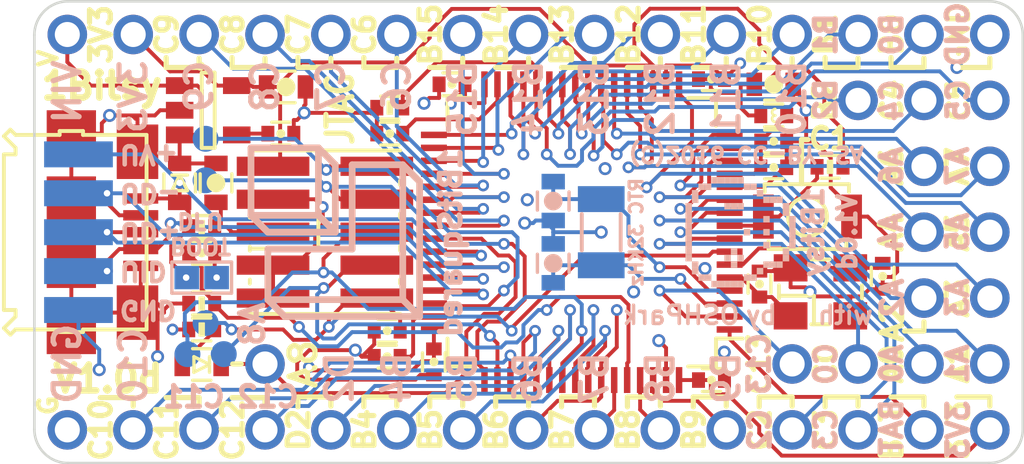
<source format=kicad_pcb>
(kicad_pcb (version 20171130) (host pcbnew "(5.1.12)-1")
  (title_block (title 1BitSy) (rev V1.0d) (company 1BitSquared) (comment 1 "(C) 2016 Piotr Esden-Tempski <piotr@esden.net>") (comment 2 "(C) 2016 1BitSquared LLC <info@1bitsquared.com>") (comment 3 "License: CC-BY-SA V4.0"))
  (layers (0 F.Cu signal) (1 In1.Cu signal) (2 In2.Cu signal) (31 B.Cu signal) (34 B.Paste user hide) (35 F.Paste user hide) (36 B.SilkS user hide) (37 F.SilkS user hide) (38 B.Mask user hide) (39 F.Mask user hide) (44 Edge.Cuts user))
  (net 0 "")
  (net 1 /VIN)
  (net 2 GND)
  (net 3 "Net-(C2-Pad1)")
  (net 4 "Net-(C3-Pad1)")
  (net 5 +3V3)
  (net 6 /OSC32_IN)
  (net 7 /OSC32_OUT)
  (net 8 /OSC_IN)
  (net 9 /OSC_OUT)
  (net 10 /USB_VBUS)
  (net 11 /BOOT0)
  (net 12 "Net-(C16-Pad1)")
  (net 13 "Net-(C17-Pad1)")
  (net 14 /JTAG_RST)
  (net 15 "Net-(LED1-PadA)")
  (net 16 /PA0)
  (net 17 /PA1)
  (net 18 /PA2)
  (net 19 /PA3)
  (net 20 /PA4)
  (net 21 /PA5)
  (net 22 /PA6)
  (net 23 /PA7)
  (net 24 /PA8)
  (net 25 /PC0)
  (net 26 /PC2)
  (net 27 /PC3)
  (net 28 /PC4)
  (net 29 /PC5)
  (net 30 /PC6)
  (net 31 /PC7)
  (net 32 /PC8)
  (net 33 /PC9)
  (net 34 /PC10)
  (net 35 /PC11)
  (net 36 /PC12)
  (net 37 /PC13)
  (net 38 /USB_D-)
  (net 39 /USB_D+)
  (net 40 /USB_ID)
  (net 41 /PB0)
  (net 42 /PB1)
  (net 43 /PB4)
  (net 44 /PB5)
  (net 45 /PB6)
  (net 46 /PB7)
  (net 47 /PB8)
  (net 48 /PB9)
  (net 49 /PB10)
  (net 50 /PB11)
  (net 51 /PB12)
  (net 52 /PB13)
  (net 53 /PB14)
  (net 54 /PB15)
  (net 55 /JTAG_TMS)
  (net 56 /JTAG_TCK)
  (net 57 /JTAG_TDI)
  (net 58 /JTAG_TDO)
  (net 59 "Net-(C15-Pad1)")
  (net 60 /PB2)
  (net 61 /BUTTON)
  (net 62 /VBAT)
  (net 63 /PD2)
  (module pkl_misc:via0305 (layer F.Cu) (at 115.35 40.75)
    (fp_text reference REF**_20 hide)
    (fp_text value via0305 hide)
    (pad 1 thru_hole circle (at 0 0) (size 0.5 0.5) (drill 0.3) (layers *.Cu) (net 2 GND))
  )
  (module pkl_misc:via0305 (layer F.Cu) (at 130.08 41.02)
    (fp_text reference REF**_19 hide)
    (fp_text value via0305 hide)
    (pad 1 thru_hole circle (at 0 0) (size 0.5 0.5) (drill 0.3) (layers *.Cu) (net 2 GND))
  )
  (module pkl_misc:via0305 (layer F.Cu) (at 112.7 50.2666)
    (fp_text reference REF**_18 hide)
    (fp_text value via0305 hide)
    (pad 1 thru_hole circle (at 0 0) (size 0.5 0.5) (drill 0.3) (layers *.Cu) (net 2 GND))
  )
  (module pkl_jumpers:J_0603 (layer B.Cu) (at 106.78 47.47)
    (fp_text reference J1 hide)
    (fp_text value BOOT hide)
    (pad 1 smd rect (at -0.575 0) (size 0.95 0.9) (layers B.Cu B.Paste B.Mask) (net 10 /USB_VBUS))
    (pad 2 smd rect (at 0.575 0) (size 0.95 0.9) (layers B.Cu B.Paste B.Mask) (net 59 "Net-(C15-Pad1)"))
  )
  (module pkl_misc:via0305 (layer F.Cu) (at 103.23 41.22)
    (fp_text reference REF**_17 hide)
    (fp_text value via0305 hide)
    (pad 1 thru_hole circle (at 0 0) (size 0.5 0.5) (drill 0.3) (layers *.Cu) (net 2 GND))
  )
  (module pkl_misc:via0305 (layer F.Cu) (at 105.08 50.5206)
    (fp_text reference REF**_16 hide)
    (fp_text value via0305 hide)
    (pad 1 thru_hole circle (at 0 0) (size 0.5 0.5) (drill 0.3) (layers *.Cu) (net 2 GND))
  )
  (module pkl_dipol:C_0603 (layer F.Cu) (at 107.33 43.82 270)
    (fp_text reference C1)
    (fp_text value 4u7)
    (pad 1 smd rect (at -0.75 0 270) (size 0.6 0.9) (layers F.Cu F.Paste F.Mask) (net 1 /VIN))
    (pad 2 smd rect (at 0.75 0 270) (size 0.6 0.9) (layers F.Cu F.Paste F.Mask) (net 2 GND))
  )
  (module pkl_dipol:C_0402 (layer F.Cu) (at 128.83 42.22)
    (fp_text reference C2)
    (fp_text value 1u)
    (pad 1 smd rect (at -0.5 0) (size 0.5 0.6) (layers F.Cu F.Paste F.Mask) (net 3 "Net-(C2-Pad1)"))
    (pad 2 smd rect (at 0.5 0) (size 0.5 0.6) (layers F.Cu F.Paste F.Mask) (net 2 GND))
  )
  (module pkl_dipol:C_0402 (layer F.Cu) (at 109.83 41.92)
    (fp_text reference C3)
    (fp_text value 470p)
    (pad 1 smd rect (at -0.5 0) (size 0.5 0.6) (layers F.Cu F.Paste F.Mask) (net 4 "Net-(C3-Pad1)"))
    (pad 2 smd rect (at 0.5 0) (size 0.5 0.6) (layers F.Cu F.Paste F.Mask) (net 2 GND))
  )
  (module pkl_dipol:C_0402 (layer F.Cu) (at 128.83 43.22)
    (fp_text reference C4)
    (fp_text value 100n)
    (pad 1 smd rect (at -0.5 0) (size 0.5 0.6) (layers F.Cu F.Paste F.Mask) (net 3 "Net-(C2-Pad1)"))
    (pad 2 smd rect (at 0.5 0) (size 0.5 0.6) (layers F.Cu F.Paste F.Mask) (net 2 GND))
  )
  (module pkl_dipol:C_0603 (layer F.Cu) (at 128.83 40.02)
    (fp_text reference C5)
    (fp_text value 4u7)
    (pad 1 smd rect (at -0.75 0) (size 0.6 0.9) (layers F.Cu F.Paste F.Mask) (net 5 +3V3))
    (pad 2 smd rect (at 0.75 0) (size 0.6 0.9) (layers F.Cu F.Paste F.Mask) (net 2 GND))
  )
  (module pkl_dipol:C_0402 (layer F.Cu) (at 128.28 47.72 270)
    (fp_text reference C8)
    (fp_text value 10p)
    (pad 1 smd rect (at -0.5 0 270) (size 0.5 0.6) (layers F.Cu F.Paste F.Mask) (net 2 GND))
    (pad 2 smd rect (at 0.5 0 270) (size 0.5 0.6) (layers F.Cu F.Paste F.Mask) (net 8 /OSC_IN))
  )
  (module pkl_dipol:C_0402 (layer F.Cu) (at 133.03 47.42 90)
    (fp_text reference C9)
    (fp_text value 10p)
    (pad 1 smd rect (at -0.5 0 90) (size 0.5 0.6) (layers F.Cu F.Paste F.Mask) (net 2 GND))
    (pad 2 smd rect (at 0.5 0 90) (size 0.5 0.6) (layers F.Cu F.Paste F.Mask) (net 9 /OSC_OUT))
  )
  (module pkl_dipol:C_0402 (layer F.Cu) (at 126.43 39.82)
    (fp_text reference C10)
    (fp_text value 100n)
    (pad 1 smd rect (at -0.5 0) (size 0.5 0.6) (layers F.Cu F.Paste F.Mask) (net 5 +3V3))
    (pad 2 smd rect (at 0.5 0) (size 0.5 0.6) (layers F.Cu F.Paste F.Mask) (net 2 GND))
  )
  (module pkl_dipol:C_0402 (layer F.Cu) (at 116.43 40.02 180)
    (fp_text reference C11)
    (fp_text value 100n)
    (pad 1 smd rect (at -0.5 0 180) (size 0.5 0.6) (layers F.Cu F.Paste F.Mask) (net 5 +3V3))
    (pad 2 smd rect (at 0.5 0 180) (size 0.5 0.6) (layers F.Cu F.Paste F.Mask) (net 2 GND))
  )
  (module pkl_dipol:C_0402 (layer F.Cu) (at 115.73 50.72 270)
    (fp_text reference C12)
    (fp_text value 100n)
    (pad 1 smd rect (at -0.5 0 270) (size 0.5 0.6) (layers F.Cu F.Paste F.Mask) (net 5 +3V3))
    (pad 2 smd rect (at 0.5 0 270) (size 0.5 0.6) (layers F.Cu F.Paste F.Mask) (net 2 GND))
  )
  (module pkl_dipol:C_0603 (layer F.Cu) (at 110.03 40.12)
    (fp_text reference C13)
    (fp_text value 4u7)
    (pad 1 smd rect (at -0.75 0) (size 0.6 0.9) (layers F.Cu F.Paste F.Mask) (net 5 +3V3))
    (pad 2 smd rect (at 0.75 0) (size 0.6 0.9) (layers F.Cu F.Paste F.Mask) (net 2 GND))
  )
  (module pkl_dipol:C_0402 (layer F.Cu) (at 126.43 51.42)
    (fp_text reference C14)
    (fp_text value 100n)
    (pad 1 smd rect (at -0.5 0) (size 0.5 0.6) (layers F.Cu F.Paste F.Mask) (net 5 +3V3))
    (pad 2 smd rect (at 0.5 0) (size 0.5 0.6) (layers F.Cu F.Paste F.Mask) (net 2 GND))
  )
  (module pkl_dipol:C_0402 (layer F.Cu) (at 106.78 46.52 180)
    (fp_text reference C15)
    (fp_text value 1u)
    (pad 1 smd rect (at -0.5 0 180) (size 0.5 0.6) (layers F.Cu F.Paste F.Mask) (net 59 "Net-(C15-Pad1)"))
    (pad 2 smd rect (at 0.5 0 180) (size 0.5 0.6) (layers F.Cu F.Paste F.Mask) (net 11 /BOOT0))
  )
  (module pkl_dipol:C_0402 (layer F.Cu) (at 113.93 50.52 180)
    (fp_text reference C16)
    (fp_text value 2u2)
    (pad 1 smd rect (at -0.5 0 180) (size 0.5 0.6) (layers F.Cu F.Paste F.Mask) (net 12 "Net-(C16-Pad1)"))
    (pad 2 smd rect (at 0.5 0 180) (size 0.5 0.6) (layers F.Cu F.Paste F.Mask) (net 2 GND))
  )
  (module pkl_dipol:C_0402 (layer F.Cu) (at 114.03 41.92 180)
    (fp_text reference C17)
    (fp_text value 2u2)
    (pad 1 smd rect (at -0.5 0 180) (size 0.5 0.6) (layers F.Cu F.Paste F.Mask) (net 13 "Net-(C17-Pad1)"))
    (pad 2 smd rect (at 0.5 0 180) (size 0.5 0.6) (layers F.Cu F.Paste F.Mask) (net 2 GND))
  )
  (module pkl_dipol:C_0402 (layer F.Cu) (at 113.93 49.52 180)
    (fp_text reference C18)
    (fp_text value 100n)
    (pad 1 smd rect (at -0.5 0 180) (size 0.5 0.6) (layers F.Cu F.Paste F.Mask) (net 14 /JTAG_RST))
    (pad 2 smd rect (at 0.5 0 180) (size 0.5 0.6) (layers F.Cu F.Paste F.Mask) (net 2 GND))
  )
  (module pkl_dipol:D_0603 (layer F.Cu) (at 105.93 43.82 270)
    (fp_text reference D1)
    (fp_text value >100mA)
    (pad A smd rect (at 0.75 0 90) (size 0.6 0.9) (layers F.Cu F.Paste F.Mask) (net 10 /USB_VBUS))
    (pad C smd rect (at -0.75 0 90) (size 0.6 0.9) (layers F.Cu F.Paste F.Mask) (net 1 /VIN))
  )
  (module pkl_dipol:L_0402 (layer F.Cu) (at 128.83 41.22)
    (fp_text reference L1)
    (fp_text value "600 Ferrite")
    (pad 1 smd rect (at -0.5 0) (size 0.5 0.6) (layers F.Cu F.Paste F.Mask) (net 5 +3V3))
    (pad 2 smd rect (at 0.5 0) (size 0.5 0.6) (layers F.Cu F.Paste F.Mask) (net 3 "Net-(C2-Pad1)"))
  )
  (module pkl_dipol:D_0603 (layer F.Cu) (at 106.78 50.82 180)
    (fp_text reference LED1)
    (fp_text value ORA)
    (pad A smd rect (at 0.75 0) (size 0.6 0.9) (layers F.Cu F.Paste F.Mask) (net 15 "Net-(LED1-PadA)"))
    (pad C smd rect (at -0.75 0) (size 0.6 0.9) (layers F.Cu F.Paste F.Mask) (net 24 /PA8))
  )
  (module pkl_pin_headers:Pin_Header_Straight_Round_1x01 (layer F.Cu) (at 134.62 50.8 180)
    (fp_text reference P1 hide)
    (fp_text value CONN_01X01 hide)
    (pad 1 thru_hole circle (at 0 0 180) (size 1.524 1.524) (drill 0.9652) (layers *.Cu *.Mask) (net 16 /PA0))
  )
  (module pkl_pin_headers:Pin_Header_Straight_Round_1x01 (layer F.Cu) (at 137.16 50.8 180)
    (fp_text reference P2 hide)
    (fp_text value CONN_01X01 hide)
    (pad 1 thru_hole circle (at 0 0 180) (size 1.524 1.524) (drill 0.9652) (layers *.Cu *.Mask) (net 17 /PA1))
  )
  (module pkl_pin_headers:Pin_Header_Straight_Round_1x01 (layer F.Cu) (at 134.62 48.26 180)
    (fp_text reference P3 hide)
    (fp_text value CONN_01X01 hide)
    (pad 1 thru_hole circle (at 0 0 180) (size 1.524 1.524) (drill 0.9652) (layers *.Cu *.Mask) (net 18 /PA2))
  )
  (module pkl_pin_headers:Pin_Header_Straight_Round_1x01 (layer F.Cu) (at 137.16 48.26 180)
    (fp_text reference P4 hide)
    (fp_text value CONN_01X01 hide)
    (pad 1 thru_hole circle (at 0 0 180) (size 1.524 1.524) (drill 0.9652) (layers *.Cu *.Mask) (net 19 /PA3))
  )
  (module pkl_pin_headers:Pin_Header_Straight_Round_1x01 (layer F.Cu) (at 134.62 45.72 180)
    (fp_text reference P5 hide)
    (fp_text value CONN_01X01 hide)
    (pad 1 thru_hole circle (at 0 0 180) (size 1.524 1.524) (drill 0.9652) (layers *.Cu *.Mask) (net 20 /PA4))
  )
  (module pkl_pin_headers:Pin_Header_Straight_Round_1x01 (layer F.Cu) (at 137.16 45.72)
    (fp_text reference P6 hide)
    (fp_text value CONN_01X01 hide)
    (pad 1 thru_hole circle (at 0 0) (size 1.524 1.524) (drill 0.9652) (layers *.Cu *.Mask) (net 21 /PA5))
  )
  (module pkl_pin_headers:Pin_Header_Straight_Round_1x01 (layer F.Cu) (at 134.62 43.18 180)
    (fp_text reference P7 hide)
    (fp_text value CONN_01X01 hide)
    (pad 1 thru_hole circle (at 0 0 180) (size 1.524 1.524) (drill 0.9652) (layers *.Cu *.Mask) (net 22 /PA6))
  )
  (module pkl_pin_headers:Pin_Header_Straight_Round_1x01 (layer F.Cu) (at 137.16 43.18 180)
    (fp_text reference P8 hide)
    (fp_text value CONN_01X01 hide)
    (pad 1 thru_hole circle (at 0 0 180) (size 1.524 1.524) (drill 0.9652) (layers *.Cu *.Mask) (net 23 /PA7))
  )
  (module pkl_pin_headers:Pin_Header_Straight_Round_1x01 (layer F.Cu) (at 109.22 50.8)
    (fp_text reference P9 hide)
    (fp_text value CONN_01X01 hide)
    (pad 1 thru_hole circle (at 0 0) (size 1.524 1.524) (drill 0.9652) (layers *.Cu *.Mask) (net 24 /PA8))
  )
  (module pkl_pin_headers:Pin_Header_Straight_Round_1x01 (layer F.Cu) (at 132.08 50.8)
    (fp_text reference P10 hide)
    (fp_text value CONN_01X01 hide)
    (pad 1 thru_hole circle (at 0 0) (size 1.524 1.524) (drill 0.9652) (layers *.Cu *.Mask) (net 25 /PC0))
  )
  (module pkl_pin_headers:Pin_Header_Straight_Round_1x01 (layer F.Cu) (at 111.76 53.34)
    (fp_text reference P11 hide)
    (fp_text value CONN_01X01 hide)
    (pad 1 thru_hole circle (at 0 0) (size 1.524 1.524) (drill 0.9652) (layers *.Cu *.Mask) (net 63 /PD2))
  )
  (module pkl_pin_headers:Pin_Header_Straight_Round_1x01 (layer F.Cu) (at 129.54 53.34)
    (fp_text reference P12 hide)
    (fp_text value CONN_01X01 hide)
    (pad 1 thru_hole circle (at 0 0) (size 1.524 1.524) (drill 0.9652) (layers *.Cu *.Mask) (net 26 /PC2))
  )
  (module pkl_pin_headers:Pin_Header_Straight_Round_1x01 (layer F.Cu) (at 132.08 53.34 180)
    (fp_text reference P13 hide)
    (fp_text value CONN_01X01 hide)
    (pad 1 thru_hole circle (at 0 0 180) (size 1.524 1.524) (drill 0.9652) (layers *.Cu *.Mask) (net 27 /PC3))
  )
  (module pkl_pin_headers:Pin_Header_Straight_Round_1x01 (layer F.Cu) (at 134.62 40.64)
    (fp_text reference P14 hide)
    (fp_text value CONN_01X01 hide)
    (pad 1 thru_hole circle (at 0 0) (size 1.524 1.524) (drill 0.9652) (layers *.Cu *.Mask) (net 28 /PC4))
  )
  (module pkl_pin_headers:Pin_Header_Straight_Round_1x01 (layer F.Cu) (at 137.16 40.64 180)
    (fp_text reference P15 hide)
    (fp_text value CONN_01X01 hide)
    (pad 1 thru_hole circle (at 0 0 180) (size 1.524 1.524) (drill 0.9652) (layers *.Cu *.Mask) (net 29 /PC5))
  )
  (module pkl_pin_headers:Pin_Header_Straight_Round_1x01 (layer F.Cu) (at 114.3 38.1)
    (fp_text reference P16 hide)
    (fp_text value CONN_01X01 hide)
    (pad 1 thru_hole circle (at 0 0) (size 1.524 1.524) (drill 0.9652) (layers *.Cu *.Mask) (net 30 /PC6))
  )
  (module pkl_pin_headers:Pin_Header_Straight_Round_1x01 (layer F.Cu) (at 111.76 38.1)
    (fp_text reference P17 hide)
    (fp_text value CONN_01X01 hide)
    (pad 1 thru_hole circle (at 0 0) (size 1.524 1.524) (drill 0.9652) (layers *.Cu *.Mask) (net 31 /PC7))
  )
  (module pkl_pin_headers:Pin_Header_Straight_Round_1x01 (layer F.Cu) (at 109.22 38.1)
    (fp_text reference P18 hide)
    (fp_text value CONN_01X01 hide)
    (pad 1 thru_hole circle (at 0 0) (size 1.524 1.524) (drill 0.9652) (layers *.Cu *.Mask) (net 32 /PC8))
  )
  (module pkl_pin_headers:Pin_Header_Straight_Round_1x01 (layer F.Cu) (at 106.68 38.1)
    (fp_text reference P19 hide)
    (fp_text value CONN_01X01 hide)
    (pad 1 thru_hole circle (at 0 0) (size 1.524 1.524) (drill 0.9652) (layers *.Cu *.Mask) (net 33 /PC9))
  )
  (module pkl_pin_headers:Pin_Header_Straight_Round_1x01 (layer F.Cu) (at 104.13 53.34)
    (fp_text reference P20 hide)
    (fp_text value CONN_01X01 hide)
    (pad 1 thru_hole circle (at 0 0) (size 1.524 1.524) (drill 0.9652) (layers *.Cu *.Mask) (net 34 /PC10))
  )
  (module pkl_pin_headers:Pin_Header_Straight_Round_1x01 (layer F.Cu) (at 106.68 53.34 180)
    (fp_text reference P21 hide)
    (fp_text value CONN_01X01 hide)
    (pad 1 thru_hole circle (at 0 0 180) (size 1.524 1.524) (drill 0.9652) (layers *.Cu *.Mask) (net 35 /PC11))
  )
  (module pkl_pin_headers:Pin_Header_Straight_Round_1x01 (layer F.Cu) (at 109.22 53.34)
    (fp_text reference P22 hide)
    (fp_text value CONN_01X01 hide)
    (pad 1 thru_hole circle (at 0 0) (size 1.524 1.524) (drill 0.9652) (layers *.Cu *.Mask) (net 36 /PC12))
  )
  (module pkl_pin_headers:Pin_Header_Straight_Round_1x01 (layer F.Cu) (at 129.54 50.8)
    (fp_text reference P23 hide)
    (fp_text value CONN_01X01 hide)
    (pad 1 thru_hole circle (at 0 0) (size 1.524 1.524) (drill 0.9652) (layers *.Cu *.Mask) (net 37 /PC13))
  )
  (module pkl_connectors:Connector_USB_Micro_B_SMD (layer F.Cu) (at 101.755 45.72 180)
    (fp_text reference P24)
    (fp_text value USB_OTG)
    (pad GND smd rect (at 0 1.2 270) (size 1.9 1.9) (layers F.Cu F.Paste F.Mask) (net 2 GND))
    (pad GND smd rect (at 0 -1.2 270) (size 1.9 1.9) (layers F.Cu F.Paste F.Mask) (net 2 GND))
    (pad GND smd rect (at 0 -3.8 270) (size 1.8 1.9) (layers F.Cu F.Paste F.Mask) (net 2 GND))
    (pad GND smd rect (at 0 3.8 270) (size 1.8 1.9) (layers F.Cu F.Paste F.Mask) (net 2 GND))
    (pad GND smd rect (at -2.55 -3.1 270) (size 2.1 1.6) (layers F.Cu F.Paste F.Mask) (net 2 GND))
    (pad GND smd rect (at -2.55 3.1 270) (size 2.1 1.6) (layers F.Cu F.Paste F.Mask) (net 2 GND))
    (pad 1 smd rect (at -2.675 1.3 270) (size 0.4 1.35) (layers F.Cu F.Paste F.Mask) (net 10 /USB_VBUS))
    (pad 2 smd rect (at -2.675 0.65 270) (size 0.4 1.35) (layers F.Cu F.Paste F.Mask) (net 38 /USB_D-))
    (pad 3 smd rect (at -2.675 0 270) (size 0.4 1.35) (layers F.Cu F.Paste F.Mask) (net 39 /USB_D+))
    (pad 4 smd rect (at -2.675 -0.65 270) (size 0.4 1.35) (layers F.Cu F.Paste F.Mask) (net 40 /USB_ID))
    (pad 5 smd rect (at -2.675 -1.3 270) (size 0.4 1.35) (layers F.Cu F.Paste F.Mask) (net 2 GND))
  )
  (module pkl_pin_headers:Pin_Header_Straight_Round_1x01 (layer F.Cu) (at 134.62 38.1)
    (fp_text reference P25 hide)
    (fp_text value CONN_01X01 hide)
    (pad 1 thru_hole circle (at 0 0) (size 1.524 1.524) (drill 0.9652) (layers *.Cu *.Mask) (net 41 /PB0))
  )
  (module pkl_pin_headers:Pin_Header_Straight_Round_1x01 (layer F.Cu) (at 132.08 38.1)
    (fp_text reference P26 hide)
    (fp_text value CONN_01X01 hide)
    (pad 1 thru_hole circle (at 0 0) (size 1.524 1.524) (drill 0.9652) (layers *.Cu *.Mask) (net 42 /PB1))
  )
  (module pkl_pin_headers:Pin_Header_Straight_Round_1x01 (layer F.Cu) (at 132.08 40.64)
    (fp_text reference P27 hide)
    (fp_text value CONN_01X01 hide)
    (pad 1 thru_hole circle (at 0 0) (size 1.524 1.524) (drill 0.9652) (layers *.Cu *.Mask) (net 60 /PB2))
  )
  (module pkl_pin_headers:Pin_Header_Straight_Round_1x01 (layer F.Cu) (at 114.3 53.34)
    (fp_text reference P28 hide)
    (fp_text value CONN_01X01 hide)
    (pad 1 thru_hole circle (at 0 0) (size 1.524 1.524) (drill 0.9652) (layers *.Cu *.Mask) (net 43 /PB4))
  )
  (module pkl_pin_headers:Pin_Header_Straight_Round_1x01 (layer F.Cu) (at 116.84 53.34 180)
    (fp_text reference P29 hide)
    (fp_text value CONN_01X01 hide)
    (pad 1 thru_hole circle (at 0 0 180) (size 1.524 1.524) (drill 0.9652) (layers *.Cu *.Mask) (net 44 /PB5))
  )
  (module pkl_pin_headers:Pin_Header_Straight_Round_1x01 (layer F.Cu) (at 119.38 53.34 180)
    (fp_text reference P30 hide)
    (fp_text value CONN_01X01 hide)
    (pad 1 thru_hole circle (at 0 0 180) (size 1.524 1.524) (drill 0.9652) (layers *.Cu *.Mask) (net 45 /PB6))
  )
  (module pkl_pin_headers:Pin_Header_Straight_Round_1x01 (layer F.Cu) (at 121.92 53.34 180)
    (fp_text reference P31 hide)
    (fp_text value CONN_01X01 hide)
    (pad 1 thru_hole circle (at 0 0 180) (size 1.524 1.524) (drill 0.9652) (layers *.Cu *.Mask) (net 46 /PB7))
  )
  (module pkl_pin_headers:Pin_Header_Straight_Round_1x01 (layer F.Cu) (at 124.46 53.34 180)
    (fp_text reference P32 hide)
    (fp_text value CONN_01X01 hide)
    (pad 1 thru_hole circle (at 0 0 180) (size 1.524 1.524) (drill 0.9652) (layers *.Cu *.Mask) (net 47 /PB8))
  )
  (module pkl_pin_headers:Pin_Header_Straight_Round_1x01 (layer F.Cu) (at 127 53.34)
    (fp_text reference P33 hide)
    (fp_text value CONN_01X01 hide)
    (pad 1 thru_hole circle (at 0 0) (size 1.524 1.524) (drill 0.9652) (layers *.Cu *.Mask) (net 48 /PB9))
  )
  (module pkl_pin_headers:Pin_Header_Straight_Round_1x01 (layer F.Cu) (at 129.54 38.1 180)
    (fp_text reference P34 hide)
    (fp_text value CONN_01X01 hide)
    (pad 1 thru_hole circle (at 0 0 180) (size 1.524 1.524) (drill 0.9652) (layers *.Cu *.Mask) (net 49 /PB10))
  )
  (module pkl_pin_headers:Pin_Header_Straight_Round_1x01 (layer F.Cu) (at 127 38.1)
    (fp_text reference P35 hide)
    (fp_text value CONN_01X01 hide)
    (pad 1 thru_hole circle (at 0 0) (size 1.524 1.524) (drill 0.9652) (layers *.Cu *.Mask) (net 50 /PB11))
  )
  (module pkl_pin_headers:Pin_Header_Straight_Round_1x01 (layer F.Cu) (at 124.46 38.1)
    (fp_text reference P36 hide)
    (fp_text value CONN_01X01 hide)
    (pad 1 thru_hole circle (at 0 0) (size 1.524 1.524) (drill 0.9652) (layers *.Cu *.Mask) (net 51 /PB12))
  )
  (module pkl_pin_headers:Pin_Header_Straight_Round_1x01 (layer F.Cu) (at 121.92 38.1)
    (fp_text reference P37 hide)
    (fp_text value CONN_01X01 hide)
    (pad 1 thru_hole circle (at 0 0) (size 1.524 1.524) (drill 0.9652) (layers *.Cu *.Mask) (net 52 /PB13))
  )
  (module pkl_pin_headers:Pin_Header_Straight_Round_1x01 (layer F.Cu) (at 119.38 38.1)
    (fp_text reference P38 hide)
    (fp_text value CONN_01X01 hide)
    (pad 1 thru_hole circle (at 0 0) (size 1.524 1.524) (drill 0.9652) (layers *.Cu *.Mask) (net 53 /PB14))
  )
  (module pkl_pin_headers:Pin_Header_Straight_Round_1x01 (layer F.Cu) (at 116.84 38.1 180)
    (fp_text reference P39 hide)
    (fp_text value CONN_01X01 hide)
    (pad 1 thru_hole circle (at 0 0 180) (size 1.524 1.524) (drill 0.9652) (layers *.Cu *.Mask) (net 54 /PB15))
  )
  (module pkl_dipol:R_0402 (layer F.Cu) (at 106.78 45.52)
    (fp_text reference R1)
    (fp_text value 10k)
    (pad 1 smd rect (at -0.5 0) (size 0.5 0.6) (layers F.Cu F.Paste F.Mask) (net 10 /USB_VBUS))
    (pad 2 smd rect (at 0.5 0) (size 0.5 0.6) (layers F.Cu F.Paste F.Mask) (net 2 GND))
  )
  (module pkl_dipol:R_0402 (layer F.Cu) (at 114.03 40.92 180)
    (fp_text reference R2)
    (fp_text value 10k)
    (pad 1 smd rect (at -0.5 0 180) (size 0.5 0.6) (layers F.Cu F.Paste F.Mask) (net 60 /PB2))
    (pad 2 smd rect (at 0.5 0 180) (size 0.5 0.6) (layers F.Cu F.Paste F.Mask) (net 2 GND))
  )
  (module pkl_dipol:R_0402 (layer F.Cu) (at 106.78 48.47 180)
    (fp_text reference R3)
    (fp_text value 10k)
    (pad 1 smd rect (at -0.5 0 180) (size 0.5 0.6) (layers F.Cu F.Paste F.Mask) (net 11 /BOOT0))
    (pad 2 smd rect (at 0.5 0 180) (size 0.5 0.6) (layers F.Cu F.Paste F.Mask) (net 2 GND))
  )
  (module pkl_dipol:R_0402 (layer F.Cu) (at 106.78 49.47)
    (fp_text reference R4)
    (fp_text value 300)
    (pad 1 smd rect (at -0.5 0) (size 0.5 0.6) (layers F.Cu F.Paste F.Mask) (net 5 +3V3))
    (pad 2 smd rect (at 0.5 0) (size 0.5 0.6) (layers F.Cu F.Paste F.Mask) (net 15 "Net-(LED1-PadA)"))
  )
  (module pkl_dipol:R_0402 (layer F.Cu) (at 131 43.2 180)
    (fp_text reference R5)
    (fp_text value 10k)
    (pad 1 smd rect (at -0.5 0 180) (size 0.5 0.6) (layers F.Cu F.Paste F.Mask) (net 5 +3V3))
    (pad 2 smd rect (at 0.5 0 180) (size 0.5 0.6) (layers F.Cu F.Paste F.Mask) (net 61 /BUTTON))
  )
  (module pkl_housings_sot:SOT-23-5 (layer F.Cu) (at 107.03 41.02 180)
    (fp_text reference U1)
    (fp_text value VREG_3V3)
    (pad 1 smd rect (at 1.1 0.95) (size 1.06 0.65) (layers F.Cu F.Paste F.Mask) (net 1 /VIN))
    (pad 2 smd rect (at 1.1 0) (size 1.06 0.65) (layers F.Cu F.Paste F.Mask) (net 2 GND))
    (pad 3 smd rect (at 1.1 -0.95) (size 1.06 0.65) (layers F.Cu F.Paste F.Mask) (net 1 /VIN))
    (pad 4 smd rect (at -1.1 -0.95) (size 1.06 0.65) (layers F.Cu F.Paste F.Mask) (net 4 "Net-(C3-Pad1)"))
    (pad 5 smd rect (at -1.1 0.95) (size 1.06 0.65) (layers F.Cu F.Paste F.Mask) (net 5 +3V3))
  )
  (module pkl_housings_qfp:LQFP-64_10x10mm_Pitch0.5mm (layer F.Cu) (at 121.43 45.72 180)
    (fp_text reference U2)
    (fp_text value STM32F415RGT)
    (pad 1 smd rect (at -5.7 -3.75 180) (size 1 0.25) (layers F.Cu F.Paste F.Mask) (net 62 /VBAT))
    (pad 2 smd rect (at -5.7 -3.25 180) (size 1 0.25) (layers F.Cu F.Paste F.Mask) (net 37 /PC13))
    (pad 3 smd rect (at -5.7 -2.75 180) (size 1 0.25) (layers F.Cu F.Paste F.Mask) (net 6 /OSC32_IN))
    (pad 4 smd rect (at -5.7 -2.25 180) (size 1 0.25) (layers F.Cu F.Paste F.Mask) (net 7 /OSC32_OUT))
    (pad 5 smd rect (at -5.7 -1.75 180) (size 1 0.25) (layers F.Cu F.Paste F.Mask) (net 8 /OSC_IN))
    (pad 6 smd rect (at -5.7 -1.25 180) (size 1 0.25) (layers F.Cu F.Paste F.Mask) (net 9 /OSC_OUT))
    (pad 7 smd rect (at -5.7 -0.75 180) (size 1 0.25) (layers F.Cu F.Paste F.Mask) (net 14 /JTAG_RST))
    (pad 8 smd rect (at -5.7 -0.25 180) (size 1 0.25) (layers F.Cu F.Paste F.Mask) (net 25 /PC0))
    (pad 9 smd rect (at -5.7 0.25 180) (size 1 0.25) (layers F.Cu F.Paste F.Mask) (net 61 /BUTTON))
    (pad 10 smd rect (at -5.7 0.75 180) (size 1 0.25) (layers F.Cu F.Paste F.Mask) (net 26 /PC2))
    (pad 11 smd rect (at -5.7 1.25 180) (size 1 0.25) (layers F.Cu F.Paste F.Mask) (net 27 /PC3))
    (pad 12 smd rect (at -5.7 1.75 180) (size 1 0.25) (layers F.Cu F.Paste F.Mask) (net 2 GND))
    (pad 13 smd rect (at -5.7 2.25 180) (size 1 0.25) (layers F.Cu F.Paste F.Mask) (net 3 "Net-(C2-Pad1)"))
    (pad 14 smd rect (at -5.7 2.75 180) (size 1 0.25) (layers F.Cu F.Paste F.Mask) (net 16 /PA0))
    (pad 15 smd rect (at -5.7 3.25 180) (size 1 0.25) (layers F.Cu F.Paste F.Mask) (net 17 /PA1))
    (pad 16 smd rect (at -5.7 3.75 180) (size 1 0.25) (layers F.Cu F.Paste F.Mask) (net 18 /PA2))
    (pad 17 smd rect (at -3.75 5.7 270) (size 1 0.25) (layers F.Cu F.Paste F.Mask) (net 19 /PA3))
    (pad 18 smd rect (at -3.25 5.7 270) (size 1 0.25) (layers F.Cu F.Paste F.Mask) (net 2 GND))
    (pad 19 smd rect (at -2.75 5.7 270) (size 1 0.25) (layers F.Cu F.Paste F.Mask) (net 5 +3V3))
    (pad 20 smd rect (at -2.25 5.7 270) (size 1 0.25) (layers F.Cu F.Paste F.Mask) (net 20 /PA4))
    (pad 21 smd rect (at -1.75 5.7 270) (size 1 0.25) (layers F.Cu F.Paste F.Mask) (net 21 /PA5))
    (pad 22 smd rect (at -1.25 5.7 270) (size 1 0.25) (layers F.Cu F.Paste F.Mask) (net 22 /PA6))
    (pad 23 smd rect (at -0.75 5.7 270) (size 1 0.25) (layers F.Cu F.Paste F.Mask) (net 23 /PA7))
    (pad 24 smd rect (at -0.25 5.7 270) (size 1 0.25) (layers F.Cu F.Paste F.Mask) (net 28 /PC4))
    (pad 25 smd rect (at 0.25 5.7 270) (size 1 0.25) (layers F.Cu F.Paste F.Mask) (net 29 /PC5))
    (pad 26 smd rect (at 0.75 5.7 270) (size 1 0.25) (layers F.Cu F.Paste F.Mask) (net 41 /PB0))
    (pad 27 smd rect (at 1.25 5.7 270) (size 1 0.25) (layers F.Cu F.Paste F.Mask) (net 42 /PB1))
    (pad 28 smd rect (at 1.75 5.7 270) (size 1 0.25) (layers F.Cu F.Paste F.Mask) (net 60 /PB2))
    (pad 29 smd rect (at 2.25 5.7 270) (size 1 0.25) (layers F.Cu F.Paste F.Mask) (net 49 /PB10))
    (pad 30 smd rect (at 2.75 5.7 270) (size 1 0.25) (layers F.Cu F.Paste F.Mask) (net 50 /PB11))
    (pad 31 smd rect (at 3.25 5.7 270) (size 1 0.25) (layers F.Cu F.Paste F.Mask) (net 13 "Net-(C17-Pad1)"))
    (pad 32 smd rect (at 3.75 5.7 270) (size 1 0.25) (layers F.Cu F.Paste F.Mask) (net 5 +3V3))
    (pad 33 smd rect (at 5.7 3.75 180) (size 1 0.25) (layers F.Cu F.Paste F.Mask) (net 51 /PB12))
    (pad 34 smd rect (at 5.7 3.25 180) (size 1 0.25) (layers F.Cu F.Paste F.Mask) (net 52 /PB13))
    (pad 35 smd rect (at 5.7 2.75 180) (size 1 0.25) (layers F.Cu F.Paste F.Mask) (net 53 /PB14))
    (pad 36 smd rect (at 5.7 2.25 180) (size 1 0.25) (layers F.Cu F.Paste F.Mask) (net 54 /PB15))
    (pad 37 smd rect (at 5.7 1.75 180) (size 1 0.25) (layers F.Cu F.Paste F.Mask) (net 30 /PC6))
    (pad 38 smd rect (at 5.7 1.25 180) (size 1 0.25) (layers F.Cu F.Paste F.Mask) (net 31 /PC7))
    (pad 39 smd rect (at 5.7 0.75 180) (size 1 0.25) (layers F.Cu F.Paste F.Mask) (net 32 /PC8))
    (pad 40 smd rect (at 5.7 0.25 180) (size 1 0.25) (layers F.Cu F.Paste F.Mask) (net 33 /PC9))
    (pad 41 smd rect (at 5.7 -0.25 180) (size 1 0.25) (layers F.Cu F.Paste F.Mask) (net 24 /PA8))
    (pad 42 smd rect (at 5.7 -0.75 180) (size 1 0.25) (layers F.Cu F.Paste F.Mask) (net 10 /USB_VBUS))
    (pad 43 smd rect (at 5.7 -1.25 180) (size 1 0.25) (layers F.Cu F.Paste F.Mask) (net 40 /USB_ID))
    (pad 44 smd rect (at 5.7 -1.75 180) (size 1 0.25) (layers F.Cu F.Paste F.Mask) (net 38 /USB_D-))
    (pad 45 smd rect (at 5.7 -2.25 180) (size 1 0.25) (layers F.Cu F.Paste F.Mask) (net 39 /USB_D+))
    (pad 46 smd rect (at 5.7 -2.75 180) (size 1 0.25) (layers F.Cu F.Paste F.Mask) (net 55 /JTAG_TMS))
    (pad 47 smd rect (at 5.7 -3.25 180) (size 1 0.25) (layers F.Cu F.Paste F.Mask) (net 12 "Net-(C16-Pad1)"))
    (pad 48 smd rect (at 5.7 -3.75 180) (size 1 0.25) (layers F.Cu F.Paste F.Mask) (net 5 +3V3))
    (pad 49 smd rect (at 3.75 -5.7 270) (size 1 0.25) (layers F.Cu F.Paste F.Mask) (net 56 /JTAG_TCK))
    (pad 50 smd rect (at 3.25 -5.7 270) (size 1 0.25) (layers F.Cu F.Paste F.Mask) (net 57 /JTAG_TDI))
    (pad 51 smd rect (at 2.75 -5.7 270) (size 1 0.25) (layers F.Cu F.Paste F.Mask) (net 34 /PC10))
    (pad 52 smd rect (at 2.25 -5.7 270) (size 1 0.25) (layers F.Cu F.Paste F.Mask) (net 35 /PC11))
    (pad 53 smd rect (at 1.75 -5.7 270) (size 1 0.25) (layers F.Cu F.Paste F.Mask) (net 36 /PC12))
    (pad 54 smd rect (at 1.25 -5.7 270) (size 1 0.25) (layers F.Cu F.Paste F.Mask) (net 63 /PD2))
    (pad 55 smd rect (at 0.75 -5.7 270) (size 1 0.25) (layers F.Cu F.Paste F.Mask) (net 58 /JTAG_TDO))
    (pad 56 smd rect (at 0.25 -5.7 270) (size 1 0.25) (layers F.Cu F.Paste F.Mask) (net 43 /PB4))
    (pad 57 smd rect (at -0.25 -5.7 270) (size 1 0.25) (layers F.Cu F.Paste F.Mask) (net 44 /PB5))
    (pad 58 smd rect (at -0.75 -5.7 270) (size 1 0.25) (layers F.Cu F.Paste F.Mask) (net 45 /PB6))
    (pad 59 smd rect (at -1.25 -5.7 270) (size 1 0.25) (layers F.Cu F.Paste F.Mask) (net 46 /PB7))
    (pad 60 smd rect (at -1.75 -5.7 270) (size 1 0.25) (layers F.Cu F.Paste F.Mask) (net 11 /BOOT0))
    (pad 61 smd rect (at -2.25 -5.7 270) (size 1 0.25) (layers F.Cu F.Paste F.Mask) (net 47 /PB8))
    (pad 62 smd rect (at -2.75 -5.7 270) (size 1 0.25) (layers F.Cu F.Paste F.Mask) (net 48 /PB9))
    (pad 63 smd rect (at -3.25 -5.7 270) (size 1 0.25) (layers F.Cu F.Paste F.Mask) (net 2 GND))
    (pad 64 smd rect (at -3.75 -5.7 270) (size 1 0.25) (layers F.Cu F.Paste F.Mask) (net 5 +3V3))
  )
  (module pkl_misc:ABM8 (layer F.Cu) (at 130.63 48.02)
    (fp_text reference X2)
    (fp_text value 25MHz)
    (pad 1 smd rect (at -1.15 0.925) (size 1.3 1.05) (layers F.Cu F.Paste F.Mask) (net 8 /OSC_IN))
    (pad 2 smd rect (at 1.15 -0.925) (size 1.3 1.05) (layers F.Cu F.Paste F.Mask) (net 9 /OSC_OUT))
    (pad GND smd rect (at -1.15 -0.925) (size 1.3 1.05) (layers F.Cu F.Paste F.Mask) (net 2 GND))
    (pad GND smd rect (at 1.15 0.925) (size 1.3 1.05) (layers F.Cu F.Paste F.Mask) (net 2 GND))
  )
  (module pkl_samtec:FTSH-105-XX-X-DV (layer F.Cu) (at 111.53 45.72 90)
    (fp_text reference X3)
    (fp_text value JTAG-10)
    (pad 1 smd rect (at 2.54 -2 270) (size 0.74 2.8) (layers F.Cu F.Paste F.Mask) (net 5 +3V3))
    (pad 2 smd rect (at 2.54 2 270) (size 0.74 2.8) (layers F.Cu F.Paste F.Mask) (net 55 /JTAG_TMS))
    (pad 3 smd rect (at 1.27 -2 270) (size 0.74 2.8) (layers F.Cu F.Paste F.Mask) (net 2 GND))
    (pad 4 smd rect (at 1.27 2 270) (size 0.74 2.8) (layers F.Cu F.Paste F.Mask) (net 56 /JTAG_TCK))
    (pad 5 smd rect (at 0 -2 270) (size 0.74 2.8) (layers F.Cu F.Paste F.Mask) (net 2 GND))
    (pad 6 smd rect (at 0 2 270) (size 0.74 2.8) (layers F.Cu F.Paste F.Mask) (net 58 /JTAG_TDO))
    (pad 7 smd rect (at -1.27 -2 270) (size 0.74 2.8) (layers F.Cu F.Paste F.Mask) (net 2 GND))
    (pad 8 smd rect (at -1.27 2 270) (size 0.74 2.8) (layers F.Cu F.Paste F.Mask) (net 57 /JTAG_TDI))
    (pad 9 smd rect (at -2.54 -2 270) (size 0.74 2.8) (layers F.Cu F.Paste F.Mask) (net 2 GND))
    (pad 10 smd rect (at -2.54 2 270) (size 0.74 2.8) (layers F.Cu F.Paste F.Mask) (net 14 /JTAG_RST))
  )
  (module pkl_pin_headers:Pin_Header_Straight_Round_1x01 (layer F.Cu) (at 101.6 38.1)
    (fp_text reference P40 hide)
    (fp_text value CONN_01X01 hide)
    (pad 1 thru_hole circle (at 0 0) (size 1.524 1.524) (drill 0.9652) (layers *.Cu *.Mask) (net 1 /VIN))
  )
  (module pkl_pin_headers:Pin_Header_Straight_Round_1x01 (layer F.Cu) (at 101.6 53.34)
    (fp_text reference P41 hide)
    (fp_text value CONN_01X01 hide)
    (pad 1 thru_hole circle (at 0 0) (size 1.524 1.524) (drill 0.9652) (layers *.Cu *.Mask) (net 2 GND))
  )
  (module pkl_buttons_switches:Tact_Switch_Top_B3U-1000P (layer F.Cu) (at 130.13 45.12 270)
    (fp_text reference SW1)
    (fp_text value TACT)
    (pad 1 smd rect (at 0 -1.7 180) (size 0.8 1.7) (layers F.Cu F.Paste F.Mask) (net 2 GND))
    (pad 2 smd rect (at 0 1.7 180) (size 0.8 1.7) (layers F.Cu F.Paste F.Mask) (net 61 /BUTTON))
  )
  (module pkl_dipol:C_0603 (layer B.Cu) (at 120.33 46.92 270)
    (fp_text reference C6)
    (fp_text value 10p)
    (pad 1 smd rect (at -0.75 0 270) (size 0.6 0.9) (layers B.Cu B.Paste B.Mask) (net 2 GND))
    (pad 2 smd rect (at 0.75 0 270) (size 0.6 0.9) (layers B.Cu B.Paste B.Mask) (net 6 /OSC32_IN))
  )
  (module pkl_dipol:C_0603 (layer B.Cu) (at 120.33 44.52 90)
    (fp_text reference C7)
    (fp_text value 10p)
    (pad 1 smd rect (at -0.75 0 90) (size 0.6 0.9) (layers B.Cu B.Paste B.Mask) (net 2 GND))
    (pad 2 smd rect (at 0.75 0 90) (size 0.6 0.9) (layers B.Cu B.Paste B.Mask) (net 7 /OSC32_OUT))
  )
  (module pkl_pin_headers:Pin_Header_Straight_Round_1x01 (layer F.Cu) (at 104.14 38.1)
    (fp_text reference P42 hide)
    (fp_text value CONN_01X01 hide)
    (pad 1 thru_hole circle (at 0 0) (size 1.524 1.524) (drill 0.9652) (layers *.Cu *.Mask) (net 5 +3V3))
  )
  (module pkl_pin_headers:Pin_Header_Straight_Round_1x01 (layer F.Cu) (at 134.62 53.34)
    (fp_text reference P53 hide)
    (fp_text value CONN_01X01 hide)
    (pad 1 thru_hole circle (at 0 0) (size 1.524 1.524) (drill 0.9652) (layers *.Cu *.Mask) (net 62 /VBAT))
  )
  (module pkl_misc:ABS07 (layer B.Cu) (at 122.18 45.72 270)
    (fp_text reference X1)
    (fp_text value 32.768kHz)
    (pad 1 smd rect (at -1.275 0 270) (size 1 1.8) (layers B.Cu B.Paste B.Mask) (net 7 /OSC32_OUT))
    (pad 2 smd rect (at 1.275 0 270) (size 1 1.8) (layers B.Cu B.Paste B.Mask) (net 6 /OSC32_IN))
  )
  (module pkl_pads:POGO_PAD_SMD_R_1x1 (layer B.Cu) (at 106.93 42.12)
    (fp_text reference P43 hide)
    (fp_text value TP hide)
    (pad 1 smd oval (at 0 0) (size 1 1) (layers B.Cu B.Mask) (net 55 /JTAG_TMS))
  )
  (module pkl_pads:POGO_PAD_SMD_R_1x1 (layer B.Cu) (at 106.93 43.72)
    (fp_text reference P44 hide)
    (fp_text value TP hide)
    (pad 1 smd oval (at 0 0) (size 1 1) (layers B.Cu B.Mask) (net 56 /JTAG_TCK))
  )
  (module pkl_pads:POGO_PAD_SMD_R_1x1 (layer B.Cu) (at 106.23 50.42)
    (fp_text reference P45 hide)
    (fp_text value TP hide)
    (pad 1 smd oval (at 0 0) (size 1 1) (layers B.Cu B.Mask) (net 58 /JTAG_TDO))
  )
  (module pkl_pads:POGO_PAD_SMD_R_1x1 (layer B.Cu) (at 107.63 50.42)
    (fp_text reference P46 hide)
    (fp_text value TP hide)
    (pad 1 smd oval (at 0 0) (size 1 1) (layers B.Cu B.Mask) (net 57 /JTAG_TDI))
  )
  (module pkl_pads:POGO_PAD_SMD_R_1x1 (layer B.Cu) (at 106.93 49.22)
    (fp_text reference P47 hide)
    (fp_text value TP hide)
    (pad 1 smd oval (at 0 0) (size 1 1) (layers B.Cu B.Mask) (net 14 /JTAG_RST))
  )
  (module pkl_pads:PAD_SMD_1x2.65 (layer B.Cu) (at 102.03 42.72)
    (fp_text reference P48 hide)
    (fp_text value CONN_01X01 hide)
    (pad 1 smd rect (at 0 0) (size 2.65 1) (layers B.Cu B.Mask) (net 10 /USB_VBUS))
  )
  (module pkl_pads:PAD_SMD_1x2.65 (layer B.Cu) (at 102.03 44.22)
    (fp_text reference P49 hide)
    (fp_text value CONN_01X01 hide)
    (pad 1 smd rect (at 0 0) (size 2.65 1) (layers B.Cu B.Mask) (net 38 /USB_D-))
  )
  (module pkl_pads:PAD_SMD_1x2.65 (layer B.Cu) (at 102.03 45.72)
    (fp_text reference P50 hide)
    (fp_text value CONN_01X01 hide)
    (pad 1 smd rect (at 0 0) (size 2.65 1) (layers B.Cu B.Mask) (net 39 /USB_D+))
  )
  (module pkl_pads:PAD_SMD_1x2.65 (layer B.Cu) (at 102.03 47.22)
    (fp_text reference P51 hide)
    (fp_text value CONN_01X01 hide)
    (pad 1 smd rect (at 0 0) (size 2.65 1) (layers B.Cu B.Mask) (net 40 /USB_ID))
  )
  (module pkl_pads:PAD_SMD_1x2.65 (layer B.Cu) (at 102.03 48.72)
    (fp_text reference P52 hide)
    (fp_text value CONN_01X01 hide)
    (pad 1 smd rect (at 0 0) (size 2.65 1) (layers B.Cu B.Mask) (net 2 GND))
  )
  (module pkl_pin_headers:Pin_Header_Straight_Round_1x01 (layer F.Cu) (at 137.16 53.34)
    (fp_text reference P54 hide)
    (fp_text value CONN_01X01 hide)
    (pad 1 thru_hole circle (at 0 0) (size 1.524 1.524) (drill 0.9652) (layers *.Cu *.Mask) (net 5 +3V3))
  )
  (module pkl_pin_headers:Pin_Header_Straight_Round_1x01 (layer F.Cu) (at 137.16 38.1)
    (fp_text reference P55 hide)
    (fp_text value CONN_01X01 hide)
    (pad 1 thru_hole circle (at 0 0) (size 1.524 1.524) (drill 0.9652) (layers *.Cu *.Mask) (net 2 GND))
  )
  (module pkl_misc:via0305 (layer F.Cu) (at 119.33 44.47)
    (fp_text reference REF**_15 hide)
    (fp_text value via0305 hide)
    (pad 1 thru_hole circle (at 0 0) (size 0.5 0.5) (drill 0.3) (layers *.Cu) (net 2 GND))
  )
  (module pkl_misc:via0305 (layer F.Cu) (at 122.18 45.72)
    (fp_text reference REF**_14 hide)
    (fp_text value via0305 hide)
    (pad 1 thru_hole circle (at 0 0) (size 0.5 0.5) (drill 0.3) (layers *.Cu) (net 2 GND))
  )
  (module pkl_misc:via0305 (layer F.Cu) (at 122.33 43.27)
    (fp_text reference REF**_13 hide)
    (fp_text value via0305 hide)
    (pad 1 thru_hole circle (at 0 0) (size 0.5 0.5) (drill 0.3) (layers *.Cu) (net 2 GND))
  )
  (module pkl_misc:via0305 (layer F.Cu) (at 102.83 51.02)
    (fp_text reference REF**_12 hide)
    (fp_text value via0305 hide)
    (pad 1 thru_hole circle (at 0 0) (size 0.5 0.5) (drill 0.3) (layers *.Cu) (net 2 GND))
  )
  (module pkl_misc:via0305 (layer F.Cu) (at 110.73 41.12)
    (fp_text reference REF**_11 hide)
    (fp_text value via0305 hide)
    (pad 1 thru_hole circle (at 0 0) (size 0.5 0.5) (drill 0.3) (layers *.Cu) (net 2 GND))
  )
  (module pkl_misc:via0305 (layer F.Cu) (at 126.924 50.3428)
    (fp_text reference REF**_10 hide)
    (fp_text value via0305 hide)
    (pad 1 thru_hole circle (at 0 0) (size 0.5 0.5) (drill 0.3) (layers *.Cu) (net 2 GND))
  )
  (module pkl_misc:via0305 (layer F.Cu) (at 119.23 45.37)
    (fp_text reference REF**_9 hide)
    (fp_text value via0305 hide)
    (pad 1 thru_hole circle (at 0 0) (size 0.5 0.5) (drill 0.3) (layers *.Cu) (net 2 GND))
  )
  (module pkl_misc:via0305 (layer F.Cu) (at 135.89 39.37)
    (fp_text reference REF**_8 hide)
    (fp_text value via0305 hide)
    (pad 1 thru_hole circle (at 0 0) (size 0.5 0.5) (drill 0.3) (layers *.Cu) (net 2 GND))
  )
  (module pkl_misc:via0305 (layer F.Cu) (at 124.4 49.9)
    (fp_text reference REF**_7 hide)
    (fp_text value via0305 hide)
    (pad 1 thru_hole circle (at 0 0) (size 0.5 0.5) (drill 0.3) (layers *.Cu) (net 2 GND))
  )
  (module pkl_misc:via0305 (layer F.Cu) (at 123.43 48.02)
    (fp_text reference REF**_6 hide)
    (fp_text value via0305 hide)
    (pad 1 thru_hole circle (at 0 0) (size 0.5 0.5) (drill 0.3) (layers *.Cu) (net 2 GND))
  )
  (module pkl_misc:via0305 (layer F.Cu) (at 126.18 47.12)
    (fp_text reference REF**_5 hide)
    (fp_text value via0305 hide)
    (pad 1 thru_hole circle (at 0 0) (size 0.5 0.5) (drill 0.3) (layers *.Cu) (net 2 GND))
  )
  (module pkl_misc:via0305 (layer F.Cu) (at 130.23 48.02)
    (fp_text reference REF**_4 hide)
    (fp_text value via0305 hide)
    (pad 1 thru_hole circle (at 0 0) (size 0.5 0.5) (drill 0.3) (layers *.Cu) (net 2 GND))
  )
  (module pkl_logos:1bitsy_silk_025grid (layer B.Cu) (at 127.0508 45.72 270)
    (fp_text reference REF**_3 hide)
    (fp_text value 1bitsy_copper_025grid hide)
  )
  (module pkl_logos:heart_mask_015grid (layer B.Cu) (at 129.6718 48.8696 180)
    (fp_text reference REF**_2 hide)
    (fp_text value heart_mask_010grid hide)
  )
  (module pkl_logos:1b2_Logo_SilkS_6.5mm (layer B.Cu) (at 111.93 45.72 270)
    (fp_text reference REF** hide)
    (fp_text value 1b2_Logo_SilkS_6.5mm hide)
  )
  (gr_text "with   by" (at 127.68 48.9184) (layer B.SilkS) (effects (font (size 0.7 0.7) (thickness 0.14)) (justify right mirror)))
  (gr_text A0 (at 133.3754 50.8 90) (layer B.SilkS) (effects (font (size 0.8 0.8) (thickness 0.2)) (justify mirror)))
  (gr_text A1 (at 135.9154 50.8 90) (layer B.SilkS) (effects (font (size 0.8 0.8) (thickness 0.2)) (justify mirror)))
  (gr_text A2 (at 133.4 48.26 90) (layer B.SilkS) (effects (font (size 0.8 0.8) (thickness 0.2)) (justify mirror)))
  (gr_text A3 (at 135.9154 48.26 90) (layer B.SilkS) (effects (font (size 0.8 0.8) (thickness 0.2)) (justify mirror)))
  (gr_text A5 (at 135.9154 45.72 90) (layer B.SilkS) (effects (font (size 0.8 0.8) (thickness 0.2)) (justify mirror)))
  (gr_text A4 (at 133.3754 45.72 90) (layer B.SilkS) (effects (font (size 0.8 0.8) (thickness 0.2)) (justify mirror)))
  (gr_text A7 (at 135.9154 43.18 90) (layer B.SilkS) (effects (font (size 0.8 0.8) (thickness 0.2)) (justify mirror)))
  (gr_text A6 (at 133.3754 43.18 90) (layer B.SilkS) (effects (font (size 0.8 0.8) (thickness 0.2)) (justify mirror)))
  (gr_text C4 (at 133.3754 40.64 90) (layer B.SilkS) (effects (font (size 0.8 0.8) (thickness 0.2)) (justify mirror)))
  (gr_text C5 (at 135.9408 40.64 90) (layer B.SilkS) (effects (font (size 0.8 0.8) (thickness 0.2)) (justify mirror)))
  (gr_text GND (at 135.9154 38.1 90) (layer B.SilkS) (effects (font (size 0.8 0.8) (thickness 0.2)) (justify mirror)))
  (gr_text A6 (at 133.3754 43.18 90) (layer F.SilkS) (effects (font (size 0.8 0.8) (thickness 0.2))))
  (gr_text A3 (at 135.9154 48.26 90) (layer F.SilkS) (effects (font (size 0.8 0.8) (thickness 0.2))))
  (gr_text 3V3 (at 135.9408 53.34 90) (layer B.SilkS) (effects (font (size 0.8 0.8) (thickness 0.2)) (justify mirror)))
  (gr_text BAT (at 133.3754 53.2384 90) (layer B.SilkS) (effects (font (size 0.8 0.8) (thickness 0.2)) (justify mirror)))
  (gr_text C3 (at 130.8354 53.34 90) (layer B.SilkS) (effects (font (size 0.8 0.8) (thickness 0.2)) (justify mirror)))
  (gr_text C2 (at 128.2954 53.34 90) (layer B.SilkS) (effects (font (size 0.8 0.8) (thickness 0.2)) (justify mirror)))
  (gr_text B9 (at 127 52.451 90) (layer B.SilkS) (effects (font (size 1 1) (thickness 0.2)) (justify right mirror)))
  (gr_text B8 (at 124.46 52.451 90) (layer B.SilkS) (effects (font (size 1 1) (thickness 0.2)) (justify right mirror)))
  (gr_text B7 (at 121.92 52.451 90) (layer B.SilkS) (effects (font (size 1 1) (thickness 0.2)) (justify right mirror)))
  (gr_text B6 (at 119.3546 52.451 90) (layer B.SilkS) (effects (font (size 1 1) (thickness 0.2)) (justify right mirror)))
  (gr_text B5 (at 116.84 52.451 90) (layer B.SilkS) (effects (font (size 1 1) (thickness 0.2)) (justify right mirror)))
  (gr_text B4 (at 114.3 52.451 90) (layer B.SilkS) (effects (font (size 1 1) (thickness 0.2)) (justify right mirror)))
  (gr_text D2 (at 112.0902 52.451 90) (layer B.SilkS) (effects (font (size 1 1) (thickness 0.2)) (justify right mirror)))
  (gr_text C12 (at 109.33 52.07) (layer B.SilkS) (effects (font (size 0.8 0.8) (thickness 0.2)) (justify mirror)))
  (gr_text C11 (at 106.48 52.07) (layer B.SilkS) (effects (font (size 0.8 0.8) (thickness 0.2)) (justify mirror)))
  (gr_text C10 (at 104.14 52.451 90) (layer B.SilkS) (effects (font (size 1 1) (thickness 0.2)) (justify right mirror)))
  (gr_text B0 (at 133.3754 38.1 90) (layer B.SilkS) (effects (font (size 0.8 0.8) (thickness 0.2)) (justify mirror)))
  (gr_text B1 (at 130.8354 38.1 90) (layer B.SilkS) (effects (font (size 0.8 0.8) (thickness 0.2)) (justify mirror)))
  (gr_text B10 (at 129.54 38.989 90) (layer B.SilkS) (effects (font (size 1 1) (thickness 0.2)) (justify left mirror)))
  (gr_text B11 (at 127 38.989 90) (layer B.SilkS) (effects (font (size 1 1) (thickness 0.2)) (justify left mirror)))
  (gr_text B12 (at 124.46 38.989 90) (layer B.SilkS) (effects (font (size 1 1) (thickness 0.2)) (justify left mirror)))
  (gr_text B13 (at 121.92 38.989 90) (layer B.SilkS) (effects (font (size 1 1) (thickness 0.2)) (justify left mirror)))
  (gr_text B14 (at 119.38 38.989 90) (layer B.SilkS) (effects (font (size 1 1) (thickness 0.2)) (justify left mirror)))
  (gr_text B15 (at 116.84 38.989 90) (layer B.SilkS) (effects (font (size 1 1) (thickness 0.2)) (justify left mirror)))
  (gr_text C6 (at 114.3 38.989 90) (layer B.SilkS) (effects (font (size 1 1) (thickness 0.2)) (justify left mirror)))
  (gr_text C7 (at 111.76 38.989 90) (layer B.SilkS) (effects (font (size 1 1) (thickness 0.2)) (justify left mirror)))
  (gr_text C8 (at 109.22 38.989 90) (layer B.SilkS) (effects (font (size 1 1) (thickness 0.2)) (justify left mirror)))
  (gr_text C9 (at 106.68 38.989 90) (layer B.SilkS) (effects (font (size 1 1) (thickness 0.2)) (justify left mirror)))
  (gr_text V (at 100.8634 39.0144 90) (layer F.SilkS) (effects (font (size 0.7 0.7) (thickness 0.175))))
  (gr_text 3V3 (at 102.8954 38.1 90) (layer F.SilkS) (effects (font (size 0.8 0.8) (thickness 0.2))))
  (gr_text C9 (at 105.4354 38.1 90) (layer F.SilkS) (effects (font (size 0.8 0.8) (thickness 0.2))))
  (gr_text C8 (at 107.9754 38.1 90) (layer F.SilkS) (effects (font (size 0.8 0.8) (thickness 0.2))))
  (gr_text C7 (at 110.5154 38.1 90) (layer F.SilkS) (effects (font (size 0.8 0.8) (thickness 0.2))))
  (gr_text C6 (at 113.0554 38.1 90) (layer F.SilkS) (effects (font (size 0.8 0.8) (thickness 0.2))))
  (gr_text B15 (at 115.5954 38.1 90) (layer F.SilkS) (effects (font (size 0.8 0.8) (thickness 0.2))))
  (gr_text B14 (at 118.1354 38.1 90) (layer F.SilkS) (effects (font (size 0.8 0.8) (thickness 0.2))))
  (gr_text B13 (at 120.6754 38.1 90) (layer F.SilkS) (effects (font (size 0.8 0.8) (thickness 0.2))))
  (gr_text B12 (at 123.2408 38.1 90) (layer F.SilkS) (effects (font (size 0.8 0.8) (thickness 0.2))))
  (gr_text B11 (at 125.7554 38.1 90) (layer F.SilkS) (effects (font (size 0.8 0.8) (thickness 0.2))))
  (gr_text B10 (at 128.2954 38.1 90) (layer F.SilkS) (effects (font (size 0.8 0.8) (thickness 0.2))))
  (gr_text BAT (at 133.3754 53.4416 90) (layer F.SilkS) (effects (font (size 0.8 0.8) (thickness 0.2))))
  (gr_text B1 (at 130.8354 38.1 90) (layer F.SilkS) (effects (font (size 0.8 0.8) (thickness 0.2))))
  (gr_text B0 (at 133.3754 38.1 90) (layer F.SilkS) (effects (font (size 0.8 0.8) (thickness 0.2))))
  (gr_text C4 (at 133.3754 40.64 90) (layer F.SilkS) (effects (font (size 0.8 0.8) (thickness 0.2))))
  (gr_text C5 (at 135.9408 40.64 90) (layer F.SilkS) (effects (font (size 0.8 0.8) (thickness 0.2))))
  (gr_text A7 (at 135.9154 43.18 90) (layer F.SilkS) (effects (font (size 0.8 0.8) (thickness 0.2))))
  (gr_text A5 (at 135.9154 45.72 90) (layer F.SilkS) (effects (font (size 0.8 0.8) (thickness 0.2))))
  (gr_text A4 (at 133.3754 45.72 90) (layer F.SilkS) (effects (font (size 0.8 0.8) (thickness 0.2))))
  (gr_text A2 (at 133.4 49.2 90) (layer F.SilkS) (effects (font (size 0.8 0.8) (thickness 0.2))))
  (gr_text A1 (at 135.9154 50.8 90) (layer F.SilkS) (effects (font (size 0.8 0.8) (thickness 0.2))))
  (gr_text C13 (at 128.27 50.8 90) (layer B.SilkS) (effects (font (size 0.8 0.8) (thickness 0.2)) (justify mirror)))
  (gr_text C13 (at 128.27 50.8 90) (layer F.SilkS) (effects (font (size 0.8 0.8) (thickness 0.2))))
  (gr_text A0 (at 133.3754 50.8 90) (layer F.SilkS) (effects (font (size 0.8 0.8) (thickness 0.2))))
  (gr_text C0 (at 130.8354 50.8 90) (layer B.SilkS) (effects (font (size 0.8 0.8) (thickness 0.2)) (justify mirror)))
  (gr_text C0 (at 130.8354 50.8 90) (layer F.SilkS) (effects (font (size 0.8 0.8) (thickness 0.2))))
  (gr_text GND (at 135.9408 38.1 90) (layer F.SilkS) (effects (font (size 0.8 0.8) (thickness 0.2))))
  (gr_text 3V3 (at 135.9408 53.34 90) (layer F.SilkS) (effects (font (size 0.8 0.8) (thickness 0.2))))
  (gr_text C3 (at 130.8354 53.34 90) (layer F.SilkS) (effects (font (size 0.8 0.8) (thickness 0.2))))
  (gr_text C2 (at 128.2954 53.34 90) (layer F.SilkS) (effects (font (size 0.8 0.8) (thickness 0.2))))
  (gr_text B9 (at 125.7554 53.34 90) (layer F.SilkS) (effects (font (size 0.8 0.8) (thickness 0.2))))
  (gr_text B8 (at 123.2154 53.34 90) (layer F.SilkS) (effects (font (size 0.8 0.8) (thickness 0.2))))
  (gr_text B7 (at 120.6754 53.34 90) (layer F.SilkS) (effects (font (size 0.8 0.8) (thickness 0.2))))
  (gr_text B6 (at 118.1354 53.34 90) (layer F.SilkS) (effects (font (size 0.8 0.8) (thickness 0.2))))
  (gr_text B5 (at 115.5954 53.34 90) (layer F.SilkS) (effects (font (size 0.8 0.8) (thickness 0.2))))
  (gr_text B4 (at 113.0554 53.34 90) (layer F.SilkS) (effects (font (size 0.8 0.8) (thickness 0.2))))
  (gr_text D2 (at 110.5154 53.34 90) (layer F.SilkS) (effects (font (size 0.8 0.8) (thickness 0.2))))
  (gr_text C12 (at 107.9754 53.34 90) (layer F.SilkS) (effects (font (size 0.8 0.8) (thickness 0.2))))
  (gr_text OSHPark (at 122.93 48.9184) (layer B.SilkS) (effects (font (size 0.7 0.7) (thickness 0.14)) (justify right mirror)))
  (gr_text 1Bitsy (at 130.36 45.72 90) (layer B.SilkS) (effects (font (size 0.75 0.75) (thickness 0.1875)) (justify mirror)))
  (gr_text C11 (at 105.4354 53.34 90) (layer F.SilkS) (effects (font (size 0.8 0.8) (thickness 0.2))))
  (gr_text C10 (at 102.8954 53.34 90) (layer F.SilkS) (effects (font (size 0.8 0.8) (thickness 0.2))))
  (gr_text G (at 100.8634 52.4002 90) (layer F.SilkS) (effects (font (size 0.7 0.7) (thickness 0.175))))
  (gr_text A8 (at 110.6932 50.8 90) (layer F.SilkS) (effects (font (size 1 1) (thickness 0.2))))
  (gr_text C1 (at 130.9878 42.1132) (layer F.SilkS) (effects (font (size 0.8 0.8) (thickness 0.2))))
  (gr_text B2 (at 130.8 40.65 90) (layer F.SilkS) (effects (font (size 0.8 0.8) (thickness 0.2))))
  (gr_text B2 (at 130.8354 40.6146 90) (layer B.SilkS) (effects (font (size 0.8 0.8) (thickness 0.2)) (justify mirror)))
  (gr_text A8 (at 108.73 49.27 90) (layer B.SilkS) (effects (font (size 0.9 0.9) (thickness 0.2)) (justify mirror)))
  (gr_text "RTC 32KHz" (at 123.53 45.72 90) (layer B.SilkS) (effects (font (size 0.5 0.5) (thickness 0.125)) (justify mirror)))
  (gr_text "BOOT\nDFU" (at 106.73 45.77 180) (layer B.SilkS) (effects (font (size 0.6 0.6)) (justify mirror)))
  (gr_text GND (at 103.53 48.72 180) (layer B.SilkS) (effects (font (size 0.7 0.7) (thickness 0.175)) (justify left mirror)))
  (gr_text UID (at 103.53 47.22 180) (layer B.SilkS) (effects (font (size 0.7 0.7) (thickness 0.175)) (justify left mirror)))
  (gr_text UD+ (at 103.53 45.72 180) (layer B.SilkS) (effects (font (size 0.7 0.7) (thickness 0.175)) (justify left mirror)))
  (gr_text UD- (at 103.53 44.22 180) (layer B.SilkS) (effects (font (size 0.7 0.7) (thickness 0.175)) (justify left mirror)))
  (gr_text UV+ (at 103.53 42.72 180) (layer B.SilkS) (effects (font (size 0.7 0.7) (thickness 0.175)) (justify left mirror)))
  (gr_text "(C)2016 CC-BY-SA" (at 132.38 42.72 180) (layer B.SilkS) (effects (font (size 0.6 0.6) (thickness 0.14)) (justify right mirror)))
  (gr_text V1.0d (at 131.66 45.72 90) (layer B.SilkS) (effects (font (size 0.7 0.7) (thickness 0.175)) (justify mirror)))
  (gr_text JTAG (at 112.1156 40.9702 90) (layer F.SilkS) (effects (font (size 1 0.8) (thickness 0.2))))
  (gr_text V1.0d (at 100.93 51.37) (layer F.SilkS) (effects (font (size 1 1) (thickness 0.25)) (justify left)))
  (gr_text 1Bitsy (at 100.48 40.0812) (layer F.SilkS) (effects (font (size 1 1) (thickness 0.25)) (justify left)))
  (gr_text 3V3 (at 104.14 38.989 90) (layer B.SilkS) (effects (font (size 1 1) (thickness 0.2)) (justify left mirror)))
  (gr_text VIN (at 101.6 38.989 90) (layer B.SilkS) (effects (font (size 1 1) (thickness 0.2)) (justify left mirror)))
  (gr_text GND (at 101.6 52.451 90) (layer B.SilkS) (effects (font (size 1 1) (thickness 0.2)) (justify right mirror)))
  (gr_text 1BitSquared (at 116.38 46.12 90) (layer B.SilkS) (effects (font (size 0.8 0.8) (thickness 0.2)) (justify mirror)))
  (gr_line (start 137.16 39.37) (end 137.16 39.0144) (layer F.SilkS) (width 0.2))
  (gr_line (start 135.89 39.37) (end 137.16 39.37) (layer F.SilkS) (width 0.2))
  (gr_line (start 134.62 39.37) (end 134.62 39.0144) (layer F.SilkS) (width 0.2))
  (gr_line (start 133.35 39.37) (end 134.62 39.37) (layer F.SilkS) (width 0.2))
  (gr_line (start 133.35 38.989) (end 133.35 39.37) (layer F.SilkS) (width 0.2))
  (gr_line (start 132.08 39.37) (end 132.08 39.0144) (layer F.SilkS) (width 0.2))
  (gr_line (start 130.81 39.37) (end 132.08 39.37) (layer F.SilkS) (width 0.2))
  (gr_line (start 130.81 38.989) (end 130.81 39.37) (layer F.SilkS) (width 0.2))
  (gr_line (start 129.54 39.37) (end 129.54 39.0144) (layer F.SilkS) (width 0.2))
  (gr_line (start 128.27 39.37) (end 129.54 39.37) (layer F.SilkS) (width 0.2))
  (gr_line (start 127 39.37) (end 127 39.0144) (layer F.SilkS) (width 0.2))
  (gr_line (start 125.73 39.37) (end 127 39.37) (layer F.SilkS) (width 0.2))
  (gr_line (start 124.46 39.37) (end 124.46 39.0144) (layer F.SilkS) (width 0.2))
  (gr_line (start 123.19 39.37) (end 124.46 39.37) (layer F.SilkS) (width 0.2))
  (gr_line (start 121.92 39.37) (end 121.92 39.0144) (layer F.SilkS) (width 0.2))
  (gr_line (start 120.65 39.37) (end 121.92 39.37) (layer F.SilkS) (width 0.2))
  (gr_line (start 119.38 39.37) (end 119.38 39.0144) (layer F.SilkS) (width 0.2))
  (gr_line (start 118.11 39.37) (end 119.38 39.37) (layer F.SilkS) (width 0.2))
  (gr_line (start 116.84 39.37) (end 116.84 39.0144) (layer F.SilkS) (width 0.2))
  (gr_line (start 115.57 39.37) (end 116.84 39.37) (layer F.SilkS) (width 0.2))
  (gr_line (start 114.3 39.37) (end 114.3 39.0144) (layer F.SilkS) (width 0.2))
  (gr_line (start 113.03 39.37) (end 114.3 39.37) (layer F.SilkS) (width 0.2))
  (gr_line (start 113.03 38.989) (end 113.03 39.37) (layer F.SilkS) (width 0.2))
  (gr_line (start 111.76 39.37) (end 111.76 39.0144) (layer F.SilkS) (width 0.2))
  (gr_line (start 110.49 39.37) (end 111.76 39.37) (layer F.SilkS) (width 0.2))
  (gr_line (start 110.49 38.989) (end 110.49 39.37) (layer F.SilkS) (width 0.2))
  (gr_line (start 109.22 39.37) (end 109.22 39.0144) (layer F.SilkS) (width 0.2))
  (gr_line (start 107.95 39.37) (end 109.22 39.37) (layer F.SilkS) (width 0.2))
  (gr_line (start 107.95 38.989) (end 107.95 39.37) (layer F.SilkS) (width 0.2))
  (gr_line (start 106.68 39.37) (end 106.68 39.0144) (layer F.SilkS) (width 0.2))
  (gr_line (start 105.41 39.37) (end 106.68 39.37) (layer F.SilkS) (width 0.2))
  (gr_line (start 105.41 38.989) (end 105.41 39.37) (layer F.SilkS) (width 0.2))
  (gr_line (start 137.16 52.07) (end 137.16 52.4256) (layer F.SilkS) (width 0.2))
  (gr_line (start 135.89 52.07) (end 137.16 52.07) (layer F.SilkS) (width 0.2))
  (gr_line (start 134.62 52.07) (end 134.62 52.4256) (layer F.SilkS) (width 0.2))
  (gr_line (start 133.35 52.07) (end 134.62 52.07) (layer F.SilkS) (width 0.2))
  (gr_line (start 132.08 52.07) (end 132.08 52.4256) (layer F.SilkS) (width 0.2))
  (gr_line (start 130.81 52.07) (end 132.08 52.07) (layer F.SilkS) (width 0.2))
  (gr_line (start 130.81 52.451) (end 130.81 52.07) (layer F.SilkS) (width 0.2))
  (gr_line (start 129.54 52.07) (end 129.54 52.4256) (layer F.SilkS) (width 0.2))
  (gr_line (start 128.27 52.07) (end 129.54 52.07) (layer F.SilkS) (width 0.2))
  (gr_line (start 128.27 52.451) (end 128.27 52.07) (layer F.SilkS) (width 0.2))
  (gr_line (start 127 52.07) (end 127 52.4256) (layer F.SilkS) (width 0.2))
  (gr_line (start 125.73 52.07) (end 127 52.07) (layer F.SilkS) (width 0.2))
  (gr_line (start 125.73 52.451) (end 125.73 52.07) (layer F.SilkS) (width 0.2))
  (gr_line (start 124.46 52.07) (end 124.46 52.4256) (layer F.SilkS) (width 0.2))
  (gr_line (start 123.19 52.07) (end 124.46 52.07) (layer F.SilkS) (width 0.2))
  (gr_line (start 123.19 52.451) (end 123.19 52.07) (layer F.SilkS) (width 0.2))
  (gr_line (start 121.92 52.07) (end 121.92 52.4256) (layer F.SilkS) (width 0.2))
  (gr_line (start 120.65 52.07) (end 121.92 52.07) (layer F.SilkS) (width 0.2))
  (gr_line (start 120.65 52.451) (end 120.65 52.07) (layer F.SilkS) (width 0.2))
  (gr_line (start 118.11 52.07) (end 118.11 52.451) (layer F.SilkS) (width 0.2))
  (gr_line (start 115.57 52.07) (end 115.57 52.451) (layer F.SilkS) (width 0.2))
  (gr_line (start 113.03 52.07) (end 113.03 52.451) (layer F.SilkS) (width 0.2))
  (gr_line (start 110.49 52.451) (end 110.49 52.07) (layer F.SilkS) (width 0.2))
  (gr_line (start 116.84 52.07) (end 116.84 52.4256) (layer F.SilkS) (width 0.2))
  (gr_line (start 114.3 52.07) (end 114.3 52.4256) (layer F.SilkS) (width 0.2))
  (gr_line (start 111.76 52.07) (end 111.76 52.4256) (layer F.SilkS) (width 0.2))
  (gr_line (start 119.38 52.07) (end 119.38 52.4256) (layer F.SilkS) (width 0.2))
  (gr_line (start 118.11 52.07) (end 119.38 52.07) (layer F.SilkS) (width 0.2))
  (gr_line (start 115.57 52.07) (end 116.84 52.07) (layer F.SilkS) (width 0.2))
  (gr_line (start 113.03 52.07) (end 114.3 52.07) (layer F.SilkS) (width 0.2))
  (gr_line (start 110.49 52.07) (end 111.76 52.07) (layer F.SilkS) (width 0.2))
  (gr_line (start 109.22 52.0954) (end 109.22 52.4256) (layer F.SilkS) (width 0.2))
  (gr_line (start 107.95 52.0954) (end 109.22 52.0954) (layer F.SilkS) (width 0.2))
  (gr_line (start 106.68 52.0954) (end 106.68 52.4256) (layer F.SilkS) (width 0.2))
  (gr_line (start 105.41 52.0954) (end 106.68 52.0954) (layer F.SilkS) (width 0.2))
  (gr_line (start 104.14 52.0954) (end 104.14 52.4256) (layer F.SilkS) (width 0.2))
  (gr_line (start 102.87 52.0954) (end 104.14 52.0954) (layer F.SilkS) (width 0.2))
  (gr_line (start 134.62 49.53) (end 134.62 49.1744) (layer F.SilkS) (width 0.2))
  (gr_line (start 108.3056 50.8) (end 107.9754 50.8) (layer F.SilkS) (width 0.2))
  (gr_line (start 133.8692 49.53) (end 134.62 49.53) (layer F.SilkS) (width 0.2))
  (gr_line (start 129.9 42.15) (end 129.9 43.85) (layer F.SilkS) (width 0.2))
  (gr_line (start 130.15 42.15) (end 129.9 42.15) (layer F.SilkS) (width 0.2))
  (gr_line (start 100.33 53.32) (end 100.33 38.12) (layer Edge.Cuts) (width 0.1))
  (gr_line (start 137.13 54.62) (end 101.63 54.62) (layer Edge.Cuts) (width 0.1))
  (gr_line (start 138.43 38.12) (end 138.43 53.32) (layer Edge.Cuts) (width 0.1))
  (gr_line (start 101.63 36.82) (end 137.13 36.82) (layer Edge.Cuts) (width 0.1))
  (gr_arc (start 137.13 53.32) (end 138.43 53.32) (angle 90) (layer Edge.Cuts) (width 0.1))
  (gr_arc (start 101.63 53.32) (end 101.63 54.62) (angle 90) (layer Edge.Cuts) (width 0.1))
  (gr_arc (start 101.63 38.12) (end 100.33 38.12) (angle 90) (layer Edge.Cuts) (width 0.1))
  (gr_arc (start 137.13 38.12) (end 137.13 36.82) (angle 90) (layer Edge.Cuts) (width 0.1))
  (segment (start 105.93 40.07) (end 102.509 40.07) (width 0.15) (layer F.Cu) (net 1))
  (segment (start 102.509 40.07) (end 101.6 39.1607) (width 0.15) (layer F.Cu) (net 1))
  (segment (start 101.6 39.1607) (end 101.6 38.1) (width 0.15) (layer F.Cu) (net 1))
  (segment (start 105.93 41.97) (end 106.61 41.97) (width 0.15) (layer F.Cu) (net 1))
  (segment (start 106.61 41.97) (end 106.78 41.8) (width 0.15) (layer F.Cu) (net 1))
  (segment (start 106.78 41.8) (end 106.78 40.24) (width 0.15) (layer F.Cu) (net 1))
  (segment (start 106.78 40.24) (end 106.61 40.07) (width 0.15) (layer F.Cu) (net 1))
  (segment (start 106.61 40.07) (end 105.93 40.07) (width 0.15) (layer F.Cu) (net 1))
  (segment (start 105.93 43.07) (end 107.33 43.07) (width 0.15) (layer F.Cu) (net 1))
  (segment (start 105.93 43.07) (end 105.93 41.97) (width 0.15) (layer F.Cu) (net 1))
  (segment (start 129.58 40.02) (end 129.58 40.6941) (width 0.15) (layer F.Cu) (net 2))
  (segment (start 130.08 41.02) (end 129.7541 40.6941) (width 0.15) (layer F.Cu) (net 2))
  (segment (start 129.7541 40.6941) (end 129.58 40.6941) (width 0.15) (layer F.Cu) (net 2))
  (segment (start 130.08 42.22) (end 130.08 41.02) (width 0.15) (layer F.Cu) (net 2))
  (segment (start 127.5395 39.2105) (end 126.93 39.82) (width 0.15) (layer F.Cu) (net 2))
  (segment (start 130.08 42.22) (end 129.8041 42.22) (width 0.15) (layer F.Cu) (net 2))
  (segment (start 132.1421 45.12) (end 131.0258 44.0037) (width 0.15) (layer F.Cu) (net 2))
  (segment (start 131.0258 44.0037) (end 131.0258 42.8553) (width 0.15) (layer F.Cu) (net 2))
  (segment (start 131.0258 42.8553) (end 130.3905 42.22) (width 0.15) (layer F.Cu) (net 2))
  (segment (start 130.3905 42.22) (end 130.08 42.22) (width 0.15) (layer F.Cu) (net 2))
  (segment (start 120.33 45.72) (end 120.33 46.17) (width 0.15) (layer B.Cu) (net 2))
  (segment (start 119.993 45.27) (end 120.33 45.607) (width 0.15) (layer B.Cu) (net 2))
  (segment (start 120.33 45.607) (end 120.33 45.72) (width 0.15) (layer B.Cu) (net 2))
  (segment (start 120.33 45.72) (end 122.18 45.72) (width 0.15) (layer B.Cu) (net 2))
  (segment (start 119.993 45.27) (end 119.6559 45.27) (width 0.15) (layer B.Cu) (net 2))
  (segment (start 120.33 45.27) (end 119.993 45.27) (width 0.15) (layer B.Cu) (net 2))
  (segment (start 119.23 45.37) (end 119.5559 45.37) (width 0.15) (layer B.Cu) (net 2))
  (segment (start 119.5559 45.37) (end 119.6559 45.27) (width 0.15) (layer B.Cu) (net 2))
  (segment (start 115.73 51.22) (end 115.2059 51.22) (width 0.15) (layer F.Cu) (net 2))
  (segment (start 112.7 50.2666) (end 110.9267 50.2666) (width 0.15) (layer F.Cu) (net 2))
  (segment (start 110.9267 50.2666) (end 110.4618 50.7315) (width 0.15) (layer F.Cu) (net 2))
  (segment (start 110.4618 50.7315) (end 110.4618 51.1092) (width 0.15) (layer F.Cu) (net 2))
  (segment (start 110.4618 51.1092) (end 110.7565 51.4039) (width 0.15) (layer F.Cu) (net 2))
  (segment (start 110.7565 51.4039) (end 115.022 51.4039) (width 0.15) (layer F.Cu) (net 2))
  (segment (start 115.022 51.4039) (end 115.2059 51.22) (width 0.15) (layer F.Cu) (net 2))
  (segment (start 112.955 50.5191) (end 112.7025 50.2666) (width 0.15) (layer F.Cu) (net 2))
  (segment (start 112.7025 50.2666) (end 112.7 50.2666) (width 0.15) (layer F.Cu) (net 2))
  (segment (start 101.755 41.92) (end 102.9291 41.92) (width 0.15) (layer F.Cu) (net 2))
  (segment (start 102.9291 41.92) (end 102.9291 41.5209) (width 0.15) (layer F.Cu) (net 2))
  (segment (start 102.9291 41.5209) (end 103.23 41.22) (width 0.15) (layer F.Cu) (net 2))
  (segment (start 101.755 44.52) (end 101.755 41.92) (width 0.15) (layer F.Cu) (net 2))
  (segment (start 132.1421 45.12) (end 132.4541 45.12) (width 0.15) (layer F.Cu) (net 2))
  (segment (start 131.83 45.12) (end 132.1421 45.12) (width 0.15) (layer F.Cu) (net 2))
  (segment (start 126.924 50.3428) (end 126.93 50.3488) (width 0.15) (layer F.Cu) (net 2))
  (segment (start 126.93 50.3488) (end 126.93 51.42) (width 0.15) (layer F.Cu) (net 2))
  (segment (start 124.4 49.9) (end 124.68 50.18) (width 0.15) (layer F.Cu) (net 2))
  (segment (start 124.68 50.18) (end 124.68 51.42) (width 0.15) (layer F.Cu) (net 2))
  (segment (start 104.305 42.62) (end 104.305 41.3459) (width 0.15) (layer F.Cu) (net 2))
  (segment (start 104.103 41.22) (end 104.2289 41.3459) (width 0.15) (layer F.Cu) (net 2))
  (segment (start 104.2289 41.3459) (end 104.305 41.3459) (width 0.15) (layer F.Cu) (net 2))
  (segment (start 104.103 41.22) (end 104.9759 41.22) (width 0.15) (layer F.Cu) (net 2))
  (segment (start 104.9759 41.22) (end 105.1759 41.02) (width 0.15) (layer F.Cu) (net 2))
  (segment (start 103.23 41.22) (end 104.103 41.22) (width 0.15) (layer F.Cu) (net 2))
  (segment (start 101.755 46.92) (end 101.755 44.52) (width 0.15) (layer F.Cu) (net 2))
  (segment (start 101.755 48.82) (end 101.755 49.52) (width 0.15) (layer F.Cu) (net 2))
  (segment (start 101.755 47.8068) (end 101.755 48.82) (width 0.15) (layer F.Cu) (net 2))
  (segment (start 101.755 48.82) (end 103.2809 48.82) (width 0.15) (layer F.Cu) (net 2))
  (segment (start 101.755 46.92) (end 101.755 47.8068) (width 0.15) (layer F.Cu) (net 2))
  (segment (start 105.08 48.82) (end 105.3291 48.82) (width 0.15) (layer F.Cu) (net 2))
  (segment (start 104.305 48.82) (end 105.08 48.82) (width 0.15) (layer F.Cu) (net 2))
  (segment (start 105.08 50.5206) (end 105.08 48.82) (width 0.15) (layer F.Cu) (net 2))
  (segment (start 129.33 43.22) (end 129.1096 43.22) (width 0.15) (layer F.Cu) (net 2))
  (segment (start 129.1096 43.22) (end 129.1096 43.3554) (width 0.15) (layer F.Cu) (net 2))
  (segment (start 129.1096 43.3554) (end 128.495 43.97) (width 0.15) (layer F.Cu) (net 2))
  (segment (start 128.495 43.97) (end 127.13 43.97) (width 0.15) (layer F.Cu) (net 2))
  (segment (start 129.33 42.22) (end 129.33 42.9996) (width 0.15) (layer F.Cu) (net 2))
  (segment (start 129.33 42.9996) (end 129.1096 43.22) (width 0.15) (layer F.Cu) (net 2))
  (segment (start 115.93 40.02) (end 115.93 40.5441) (width 0.15) (layer F.Cu) (net 2))
  (segment (start 115.35 40.75) (end 115.5559 40.5441) (width 0.15) (layer F.Cu) (net 2))
  (segment (start 115.5559 40.5441) (end 115.93 40.5441) (width 0.15) (layer F.Cu) (net 2))
  (segment (start 112.9559 50.52) (end 112.955 50.5191) (width 0.15) (layer F.Cu) (net 2))
  (segment (start 112.955 50.5191) (end 113.43 50.0441) (width 0.15) (layer F.Cu) (net 2))
  (segment (start 113.43 49.52) (end 113.43 50.0441) (width 0.15) (layer F.Cu) (net 2))
  (segment (start 113.43 50.52) (end 112.9559 50.52) (width 0.15) (layer F.Cu) (net 2))
  (segment (start 111.4467 44.7476) (end 111.4467 45.4274) (width 0.15) (layer F.Cu) (net 2))
  (segment (start 111.4467 45.4274) (end 111.1541 45.72) (width 0.15) (layer F.Cu) (net 2))
  (segment (start 109.53 45.72) (end 111.1541 45.72) (width 0.15) (layer F.Cu) (net 2))
  (segment (start 111.4467 44.7476) (end 111.1541 44.455) (width 0.15) (layer F.Cu) (net 2))
  (segment (start 111.1541 44.455) (end 111.1541 44.45) (width 0.15) (layer F.Cu) (net 2))
  (segment (start 109.53 44.45) (end 111.1541 44.45) (width 0.15) (layer F.Cu) (net 2))
  (segment (start 105.93 41.02) (end 105.1759 41.02) (width 0.15) (layer F.Cu) (net 2))
  (segment (start 105.3291 48.7086) (end 105.3058 48.7086) (width 0.15) (layer F.Cu) (net 2))
  (segment (start 105.3058 48.7086) (end 104.43 47.8328) (width 0.15) (layer F.Cu) (net 2))
  (segment (start 104.43 47.8328) (end 104.43 47.02) (width 0.15) (layer F.Cu) (net 2))
  (segment (start 105.8059 48.47) (end 105.5677 48.47) (width 0.15) (layer F.Cu) (net 2))
  (segment (start 105.5677 48.47) (end 105.3291 48.7086) (width 0.15) (layer F.Cu) (net 2))
  (segment (start 105.3291 48.82) (end 105.3291 48.7086) (width 0.15) (layer F.Cu) (net 2))
  (segment (start 104.305 48.82) (end 103.2809 48.82) (width 0.15) (layer F.Cu) (net 2))
  (segment (start 124.68 39.2959) (end 126.4059 39.2959) (width 0.15) (layer F.Cu) (net 2))
  (segment (start 126.4059 39.2959) (end 126.93 39.82) (width 0.15) (layer F.Cu) (net 2))
  (segment (start 124.68 40.02) (end 124.68 39.2959) (width 0.15) (layer F.Cu) (net 2))
  (segment (start 110.78 40.12) (end 110.78 40.7941) (width 0.15) (layer F.Cu) (net 2))
  (segment (start 110.78 40.7941) (end 110.73 40.8441) (width 0.15) (layer F.Cu) (net 2))
  (segment (start 110.73 40.8441) (end 110.73 41.12) (width 0.15) (layer F.Cu) (net 2))
  (segment (start 129.33 42.22) (end 129.8041 42.22) (width 0.15) (layer F.Cu) (net 2))
  (segment (start 110.33 41.92) (end 110.33 41.3959) (width 0.15) (layer F.Cu) (net 2))
  (segment (start 110.33 41.3959) (end 110.4541 41.3959) (width 0.15) (layer F.Cu) (net 2))
  (segment (start 110.4541 41.3959) (end 110.73 41.12) (width 0.15) (layer F.Cu) (net 2))
  (segment (start 129.48 47.095) (end 129.48 47.8441) (width 0.15) (layer F.Cu) (net 2))
  (segment (start 129.48 47.8441) (end 130.0541 47.8441) (width 0.15) (layer F.Cu) (net 2))
  (segment (start 130.0541 47.8441) (end 130.23 48.02) (width 0.15) (layer F.Cu) (net 2))
  (segment (start 129.48 47.095) (end 128.9291 47.095) (width 0.15) (layer F.Cu) (net 2))
  (segment (start 128.9291 47.095) (end 128.8041 47.22) (width 0.15) (layer F.Cu) (net 2))
  (segment (start 131.78 48.1958) (end 130.4058 48.1958) (width 0.15) (layer F.Cu) (net 2))
  (segment (start 130.4058 48.1958) (end 130.23 48.02) (width 0.15) (layer F.Cu) (net 2))
  (segment (start 131.78 48.2707) (end 131.78 48.1958) (width 0.15) (layer F.Cu) (net 2))
  (segment (start 131.78 48.1958) (end 132.2301 48.1958) (width 0.15) (layer F.Cu) (net 2))
  (segment (start 132.2301 48.1958) (end 132.5059 47.92) (width 0.15) (layer F.Cu) (net 2))
  (segment (start 131.78 48.945) (end 131.78 48.2707) (width 0.15) (layer F.Cu) (net 2))
  (segment (start 113.53 41.12) (end 113.53 41.92) (width 0.15) (layer F.Cu) (net 2))
  (segment (start 113.53 40.92) (end 113.53 41.12) (width 0.15) (layer F.Cu) (net 2))
  (segment (start 113.53 41.12) (end 110.73 41.12) (width 0.15) (layer F.Cu) (net 2))
  (segment (start 107.5171 45.52) (end 107.7541 45.52) (width 0.15) (layer F.Cu) (net 2))
  (segment (start 107.28 45.52) (end 107.5171 45.52) (width 0.15) (layer F.Cu) (net 2))
  (segment (start 107.33 44.57) (end 107.5171 44.57) (width 0.15) (layer F.Cu) (net 2))
  (segment (start 107.5171 45.52) (end 107.5171 44.57) (width 0.15) (layer F.Cu) (net 2))
  (segment (start 106.28 48.47) (end 105.8059 48.47) (width 0.15) (layer F.Cu) (net 2))
  (segment (start 128.28 47.22) (end 128.8041 47.22) (width 0.15) (layer F.Cu) (net 2))
  (segment (start 133.03 47.92) (end 132.5059 47.92) (width 0.15) (layer F.Cu) (net 2))
  (segment (start 109.53 45.72) (end 107.9059 45.72) (width 0.15) (layer F.Cu) (net 2))
  (segment (start 107.9059 45.72) (end 107.9059 45.6718) (width 0.15) (layer F.Cu) (net 2))
  (segment (start 107.9059 45.6718) (end 107.7541 45.52) (width 0.15) (layer F.Cu) (net 2))
  (segment (start 109.53 46.99) (end 110.404 46.99) (width 0.15) (layer F.Cu) (net 2))
  (segment (start 110.404 46.99) (end 111.1541 46.2399) (width 0.15) (layer F.Cu) (net 2))
  (segment (start 111.1541 46.2399) (end 111.1541 45.72) (width 0.15) (layer F.Cu) (net 2))
  (segment (start 109.53 48.26) (end 109.53 46.99) (width 0.15) (layer F.Cu) (net 2))
  (segment (start 133.03 47.92) (end 133.03 47.4459) (width 0.15) (layer F.Cu) (net 2))
  (segment (start 132.4541 45.12) (end 133.588 46.2539) (width 0.15) (layer F.Cu) (net 2))
  (segment (start 133.588 46.2539) (end 133.588 47.2435) (width 0.15) (layer F.Cu) (net 2))
  (segment (start 133.588 47.2435) (end 133.3856 47.4459) (width 0.15) (layer F.Cu) (net 2))
  (segment (start 133.3856 47.4459) (end 133.03 47.4459) (width 0.15) (layer F.Cu) (net 2))
  (segment (start 102.03 48.72) (end 102.03 49.4441) (width 0.15) (layer B.Cu) (net 2))
  (segment (start 102.03 49.4441) (end 102.83 50.2441) (width 0.15) (layer B.Cu) (net 2))
  (segment (start 102.83 50.2441) (end 102.83 51.02) (width 0.15) (layer B.Cu) (net 2))
  (via (at 127.5395 39.2105) (size 0.45) (layers F.Cu B.Cu) (net 2))
  (via (at 111.4467 44.7476) (size 0.45) (layers F.Cu B.Cu) (net 2))
  (segment (start 127.13 43.47) (end 128.08 43.47) (width 0.15) (layer F.Cu) (net 3))
  (segment (start 128.08 43.47) (end 128.33 43.22) (width 0.15) (layer F.Cu) (net 3))
  (segment (start 128.33 43.22) (end 128.33 42.22) (width 0.15) (layer F.Cu) (net 3))
  (segment (start 128.33 42.22) (end 129.33 41.22) (width 0.15) (layer F.Cu) (net 3))
  (segment (start 109.33 41.92) (end 108.18 41.92) (width 0.15) (layer F.Cu) (net 4))
  (segment (start 108.18 41.92) (end 108.13 41.97) (width 0.15) (layer F.Cu) (net 4))
  (segment (start 129.1473 39.3458) (end 128.6041 39.889) (width 0.15) (layer F.Cu) (net 5))
  (segment (start 128.6041 39.889) (end 128.6041 40.02) (width 0.15) (layer F.Cu) (net 5))
  (segment (start 131.5 43.2) (end 131.5 41.7693) (width 0.15) (layer F.Cu) (net 5))
  (segment (start 131.5 41.7693) (end 130.7795 41.0488) (width 0.15) (layer F.Cu) (net 5))
  (segment (start 130.7795 41.0488) (end 130.7795 40.1327) (width 0.15) (layer F.Cu) (net 5))
  (segment (start 130.7795 40.1327) (end 129.9926 39.3458) (width 0.15) (layer F.Cu) (net 5))
  (segment (start 129.9926 39.3458) (end 129.1473 39.3458) (width 0.15) (layer F.Cu) (net 5))
  (segment (start 129.1473 39.3458) (end 128.2701 38.4686) (width 0.15) (layer F.Cu) (net 5))
  (segment (start 128.2701 38.4686) (end 128.2701 37.9357) (width 0.15) (layer F.Cu) (net 5))
  (segment (start 128.2701 37.9357) (end 127.441 37.1066) (width 0.15) (layer F.Cu) (net 5))
  (segment (start 127.441 37.1066) (end 124.0588 37.1066) (width 0.15) (layer F.Cu) (net 5))
  (segment (start 124.0588 37.1066) (end 123.4582 37.7072) (width 0.15) (layer F.Cu) (net 5))
  (segment (start 123.4582 37.7072) (end 123.4582 38.5741) (width 0.15) (layer F.Cu) (net 5))
  (segment (start 123.4582 38.5741) (end 124.18 39.2959) (width 0.15) (layer F.Cu) (net 5))
  (segment (start 128.08 40.02) (end 128.6041 40.02) (width 0.15) (layer F.Cu) (net 5))
  (segment (start 124.18 39.2959) (end 121.7068 39.2959) (width 0.15) (layer F.Cu) (net 5))
  (segment (start 121.7068 39.2959) (end 120.6501 38.2392) (width 0.15) (layer F.Cu) (net 5))
  (segment (start 120.6501 38.2392) (end 120.6501 37.9577) (width 0.15) (layer F.Cu) (net 5))
  (segment (start 120.6501 37.9577) (end 119.8062 37.1138) (width 0.15) (layer F.Cu) (net 5))
  (segment (start 119.8062 37.1138) (end 116.4171 37.1138) (width 0.15) (layer F.Cu) (net 5))
  (segment (start 116.4171 37.1138) (end 115.5701 37.9608) (width 0.15) (layer F.Cu) (net 5))
  (segment (start 115.5701 37.9608) (end 115.5701 38.2247) (width 0.15) (layer F.Cu) (net 5))
  (segment (start 115.5701 38.2247) (end 114.6185 39.1763) (width 0.15) (layer F.Cu) (net 5))
  (segment (start 114.6185 39.1763) (end 110.6207 39.1763) (width 0.15) (layer F.Cu) (net 5))
  (segment (start 110.6207 39.1763) (end 109.8041 39.9929) (width 0.15) (layer F.Cu) (net 5))
  (segment (start 109.8041 39.9929) (end 109.8041 40.12) (width 0.15) (layer F.Cu) (net 5))
  (segment (start 110.9123 50.9207) (end 111.0358 51.0442) (width 0.15) (layer F.Cu) (net 5))
  (segment (start 111.0358 51.0442) (end 114.9058 51.0442) (width 0.15) (layer F.Cu) (net 5))
  (segment (start 114.9058 51.0442) (end 115.2559 50.6941) (width 0.15) (layer F.Cu) (net 5))
  (segment (start 115.2559 50.6941) (end 115.73 50.6941) (width 0.15) (layer F.Cu) (net 5))
  (segment (start 115.73 50.22) (end 115.73 50.6941) (width 0.15) (layer F.Cu) (net 5))
  (segment (start 105.655 49.47) (end 106.28 49.47) (width 0.15) (layer F.Cu) (net 5))
  (segment (start 127.8559 41.22) (end 127.5559 40.92) (width 0.15) (layer F.Cu) (net 5))
  (segment (start 127.5559 40.92) (end 127.5559 40.3515) (width 0.15) (layer F.Cu) (net 5))
  (segment (start 127.5559 40.3515) (end 127.5559 40.02) (width 0.15) (layer F.Cu) (net 5))
  (segment (start 127.5559 40.3515) (end 126.58 40.3515) (width 0.15) (layer F.Cu) (net 5))
  (segment (start 126.58 40.3515) (end 126.4041 40.1756) (width 0.15) (layer F.Cu) (net 5))
  (segment (start 126.4041 40.1756) (end 126.4041 39.82) (width 0.15) (layer F.Cu) (net 5))
  (segment (start 125.93 39.82) (end 126.4041 39.82) (width 0.15) (layer F.Cu) (net 5))
  (segment (start 128.33 41.22) (end 127.8559 41.22) (width 0.15) (layer F.Cu) (net 5))
  (segment (start 128.08 40.02) (end 127.5559 40.02) (width 0.15) (layer F.Cu) (net 5))
  (segment (start 116.93 40.282) (end 116.873 40.282) (width 0.15) (layer F.Cu) (net 5))
  (segment (start 116.873 40.282) (end 116.385 40.77) (width 0.15) (layer F.Cu) (net 5))
  (segment (start 116.93 40.282) (end 116.93 40.5441) (width 0.15) (layer F.Cu) (net 5))
  (segment (start 116.93 40.02) (end 116.93 40.282) (width 0.15) (layer F.Cu) (net 5))
  (segment (start 108.13 40.07) (end 107.3759 40.07) (width 0.15) (layer F.Cu) (net 5))
  (segment (start 104.14 38.1) (end 105.5609 39.5209) (width 0.15) (layer F.Cu) (net 5))
  (segment (start 105.5609 39.5209) (end 106.8268 39.5209) (width 0.15) (layer F.Cu) (net 5))
  (segment (start 106.8268 39.5209) (end 107.3759 40.07) (width 0.15) (layer F.Cu) (net 5))
  (segment (start 125.93 51.42) (end 126.4041 51.42) (width 0.15) (layer F.Cu) (net 5))
  (segment (start 137.16 53.34) (end 136.1666 54.3334) (width 0.15) (layer F.Cu) (net 5))
  (segment (start 136.1666 54.3334) (end 129.1388 54.3334) (width 0.15) (layer F.Cu) (net 5))
  (segment (start 129.1388 54.3334) (end 128.2701 53.4647) (width 0.15) (layer F.Cu) (net 5))
  (segment (start 128.2701 53.4647) (end 128.2701 53.1869) (width 0.15) (layer F.Cu) (net 5))
  (segment (start 128.2701 53.1869) (end 127.0502 51.967) (width 0.15) (layer F.Cu) (net 5))
  (segment (start 127.0502 51.967) (end 126.5955 51.967) (width 0.15) (layer F.Cu) (net 5))
  (segment (start 126.5955 51.967) (end 126.4041 51.7756) (width 0.15) (layer F.Cu) (net 5))
  (segment (start 126.4041 51.7756) (end 126.4041 51.42) (width 0.15) (layer F.Cu) (net 5))
  (segment (start 109.28 40.12) (end 108.7559 40.12) (width 0.15) (layer F.Cu) (net 5))
  (segment (start 108.13 40.07) (end 108.7059 40.07) (width 0.15) (layer F.Cu) (net 5))
  (segment (start 108.7059 40.07) (end 108.7559 40.12) (width 0.15) (layer F.Cu) (net 5))
  (segment (start 124.18 40.02) (end 124.18 39.2959) (width 0.15) (layer F.Cu) (net 5))
  (segment (start 117.68 40.02) (end 117.68 40.7441) (width 0.15) (layer F.Cu) (net 5))
  (segment (start 117.68 40.7441) (end 117.13 40.7441) (width 0.15) (layer F.Cu) (net 5))
  (segment (start 117.13 40.7441) (end 116.93 40.5441) (width 0.15) (layer F.Cu) (net 5))
  (segment (start 115.73 49.47) (end 115.73 50.22) (width 0.15) (layer F.Cu) (net 5))
  (segment (start 125.18 51.42) (end 125.93 51.42) (width 0.15) (layer F.Cu) (net 5))
  (segment (start 109.28 40.12) (end 109.8041 40.12) (width 0.15) (layer F.Cu) (net 5))
  (segment (start 109.53 43.18) (end 109.8041 42.9059) (width 0.15) (layer F.Cu) (net 5))
  (segment (start 109.8041 42.9059) (end 109.8041 40.12) (width 0.15) (layer F.Cu) (net 5))
  (via (at 110.9123 50.9207) (size 0.45) (layers F.Cu B.Cu) (net 5))
  (via (at 105.655 49.47) (size 0.45) (layers F.Cu B.Cu) (net 5))
  (via (at 116.385 40.77) (size 0.45) (layers F.Cu B.Cu) (net 5))
  (segment (start 122.18 46.995) (end 120.555 46.995) (width 0.15) (layer B.Cu) (net 6))
  (segment (start 120.555 46.995) (end 120.33 47.22) (width 0.15) (layer B.Cu) (net 6))
  (segment (start 120.33 47.22) (end 120.33 47.67) (width 0.15) (layer B.Cu) (net 6))
  (segment (start 122.18 46.995) (end 123.23 46.995) (width 0.15) (layer B.Cu) (net 6))
  (segment (start 123.23 46.995) (end 123.755 47.52) (width 0.15) (layer B.Cu) (net 6))
  (segment (start 123.755 47.52) (end 125.23 47.52) (width 0.15) (layer B.Cu) (net 6))
  (segment (start 127.13 48.47) (end 126.18 48.47) (width 0.15) (layer F.Cu) (net 6))
  (segment (start 126.18 48.47) (end 125.23 47.52) (width 0.15) (layer F.Cu) (net 6))
  (via (at 125.23 47.52) (size 0.45) (layers F.Cu B.Cu) (net 6))
  (segment (start 122.18 44.445) (end 120.555 44.445) (width 0.15) (layer B.Cu) (net 7))
  (segment (start 120.555 44.445) (end 120.33 44.22) (width 0.15) (layer B.Cu) (net 7))
  (segment (start 120.33 44.22) (end 120.33 43.77) (width 0.15) (layer B.Cu) (net 7))
  (segment (start 122.18 44.445) (end 122.58 44.445) (width 0.15) (layer B.Cu) (net 7))
  (segment (start 122.58 44.445) (end 123.23 45.095) (width 0.15) (layer B.Cu) (net 7))
  (segment (start 123.23 45.095) (end 123.23 45.87) (width 0.15) (layer B.Cu) (net 7))
  (segment (start 123.23 45.87) (end 124.43 47.07) (width 0.15) (layer B.Cu) (net 7))
  (segment (start 127.13 47.97) (end 126.33 47.97) (width 0.15) (layer F.Cu) (net 7))
  (segment (start 126.33 47.97) (end 125.43 47.07) (width 0.15) (layer F.Cu) (net 7))
  (segment (start 125.43 47.07) (end 124.43 47.07) (width 0.15) (layer F.Cu) (net 7))
  (via (at 124.43 47.07) (size 0.45) (layers F.Cu B.Cu) (net 7))
  (segment (start 127.13 47.47) (end 127.593 47.47) (width 0.15) (layer F.Cu) (net 8))
  (segment (start 127.593 47.47) (end 128.28 48.157) (width 0.15) (layer F.Cu) (net 8))
  (segment (start 128.28 48.157) (end 128.28 48.22) (width 0.15) (layer F.Cu) (net 8))
  (segment (start 128.28 48.22) (end 128.755 48.22) (width 0.15) (layer F.Cu) (net 8))
  (segment (start 128.755 48.22) (end 129.48 48.945) (width 0.15) (layer F.Cu) (net 8))
  (segment (start 131.78 47.095) (end 132.855 47.095) (width 0.15) (layer F.Cu) (net 9))
  (segment (start 132.855 47.095) (end 133.03 46.92) (width 0.15) (layer F.Cu) (net 9))
  (segment (start 131.78 47.095) (end 130.98 47.095) (width 0.15) (layer F.Cu) (net 9))
  (segment (start 130.98 47.095) (end 130.231 46.346) (width 0.15) (layer F.Cu) (net 9))
  (segment (start 130.231 46.346) (end 128.254 46.346) (width 0.15) (layer F.Cu) (net 9))
  (segment (start 128.254 46.346) (end 127.63 46.97) (width 0.15) (layer F.Cu) (net 9))
  (segment (start 127.63 46.97) (end 127.13 46.97) (width 0.15) (layer F.Cu) (net 9))
  (segment (start 106.18 47.47) (end 106.205 47.47) (width 0.15) (layer B.Cu) (net 10))
  (segment (start 102.03 42.72) (end 104.83 42.72) (width 0.15) (layer B.Cu) (net 10))
  (segment (start 104.83 42.72) (end 105.93 43.82) (width 0.15) (layer B.Cu) (net 10))
  (segment (start 104.43 44.42) (end 105.78 44.42) (width 0.15) (layer F.Cu) (net 10))
  (segment (start 105.78 44.42) (end 105.93 44.57) (width 0.15) (layer F.Cu) (net 10))
  (segment (start 105.93 44.57) (end 105.93 43.82) (width 0.15) (layer F.Cu) (net 10))
  (segment (start 115.73 46.47) (end 117.401 46.47) (width 0.15) (layer F.Cu) (net 10))
  (segment (start 117.401 46.47) (end 117.552 46.621) (width 0.15) (layer F.Cu) (net 10))
  (segment (start 105.93 43.82) (end 107.333 45.223) (width 0.15) (layer B.Cu) (net 10))
  (segment (start 107.333 45.223) (end 114.883 45.223) (width 0.15) (layer B.Cu) (net 10))
  (segment (start 114.883 45.223) (end 116.281 46.621) (width 0.15) (layer B.Cu) (net 10))
  (segment (start 116.281 46.621) (end 117.552 46.621) (width 0.15) (layer B.Cu) (net 10))
  (segment (start 105.93 44.57) (end 106.28 44.92) (width 0.15) (layer F.Cu) (net 10))
  (segment (start 106.28 44.92) (end 106.28 45.52) (width 0.15) (layer F.Cu) (net 10))
  (segment (start 106.28 45.52) (end 106.28 45.57) (width 0.15) (layer F.Cu) (net 10))
  (segment (start 106.28 45.57) (end 105.605 46.245) (width 0.15) (layer F.Cu) (net 10))
  (segment (start 105.605 46.245) (end 105.605 46.895) (width 0.15) (layer F.Cu) (net 10))
  (segment (start 105.605 46.895) (end 106.18 47.47) (width 0.15) (layer F.Cu) (net 10))
  (via (at 105.93 43.82) (size 0.45) (layers F.Cu B.Cu) (net 10))
  (via (at 117.552 46.621) (size 0.45) (layers F.Cu B.Cu) (net 10))
  (via (at 106.18 47.47) (size 0.45) (layers F.Cu B.Cu) (net 10))
  (segment (start 123.18 51.42) (end 123.18 50.77) (width 0.15) (layer F.Cu) (net 11))
  (segment (start 123.18 50.77) (end 123.23 50.72) (width 0.15) (layer F.Cu) (net 11))
  (segment (start 123.23 50.72) (end 123.23 48.52) (width 0.15) (layer F.Cu) (net 11))
  (segment (start 123.23 48.52) (end 122.93 48.22) (width 0.15) (layer F.Cu) (net 11))
  (segment (start 122.93 48.22) (end 120.58 48.22) (width 0.15) (layer F.Cu) (net 11))
  (segment (start 120.58 48.22) (end 120.08 48.72) (width 0.15) (layer F.Cu) (net 11))
  (segment (start 106.28 46.52) (end 106.28 46.57) (width 0.15) (layer F.Cu) (net 11))
  (segment (start 106.28 46.57) (end 106.78 47.07) (width 0.15) (layer F.Cu) (net 11))
  (segment (start 106.78 47.07) (end 106.78 47.92) (width 0.15) (layer F.Cu) (net 11))
  (segment (start 106.78 47.92) (end 107.28 48.42) (width 0.15) (layer F.Cu) (net 11))
  (segment (start 107.28 48.42) (end 107.28 48.47) (width 0.15) (layer F.Cu) (net 11))
  (segment (start 107.28 48.47) (end 107.28 48.52) (width 0.15) (layer F.Cu) (net 11))
  (segment (start 107.28 48.52) (end 107.78 49.02) (width 0.15) (layer F.Cu) (net 11))
  (segment (start 107.78 49.02) (end 110.18 49.02) (width 0.15) (layer F.Cu) (net 11))
  (segment (start 110.18 49.02) (end 110.53 49.37) (width 0.15) (layer F.Cu) (net 11))
  (segment (start 120.08 48.72) (end 119.762 48.72) (width 0.15) (layer B.Cu) (net 11))
  (segment (start 119.762 48.72) (end 119.181 49.3008) (width 0.15) (layer B.Cu) (net 11))
  (segment (start 119.181 49.3008) (end 119.181 49.719) (width 0.15) (layer B.Cu) (net 11))
  (segment (start 119.181 49.719) (end 118.93 49.97) (width 0.15) (layer B.Cu) (net 11))
  (segment (start 118.93 49.97) (end 118.515 49.97) (width 0.15) (layer B.Cu) (net 11))
  (segment (start 118.515 49.97) (end 118.32 50.165) (width 0.15) (layer B.Cu) (net 11))
  (segment (start 118.32 50.165) (end 117.239 50.165) (width 0.15) (layer B.Cu) (net 11))
  (segment (start 117.239 50.165) (end 116.646 49.572) (width 0.15) (layer B.Cu) (net 11))
  (segment (start 116.646 49.572) (end 112.578 49.572) (width 0.15) (layer B.Cu) (net 11))
  (segment (start 112.578 49.572) (end 112.032 50.118) (width 0.15) (layer B.Cu) (net 11))
  (segment (start 112.032 50.118) (end 111.278 50.118) (width 0.15) (layer B.Cu) (net 11))
  (segment (start 111.278 50.118) (end 110.53 49.37) (width 0.15) (layer B.Cu) (net 11))
  (via (at 120.08 48.72) (size 0.45) (layers F.Cu B.Cu) (net 11))
  (via (at 110.53 49.37) (size 0.45) (layers F.Cu B.Cu) (net 11))
  (segment (start 114.43 50.52) (end 114.83 50.52) (width 0.15) (layer F.Cu) (net 12))
  (segment (start 114.83 50.52) (end 114.93 50.42) (width 0.15) (layer F.Cu) (net 12))
  (segment (start 114.93 50.42) (end 114.93 49.12) (width 0.15) (layer F.Cu) (net 12))
  (segment (start 114.93 49.12) (end 115.08 48.97) (width 0.15) (layer F.Cu) (net 12))
  (segment (start 115.08 48.97) (end 115.73 48.97) (width 0.15) (layer F.Cu) (net 12))
  (segment (start 118.18 40.02) (end 118.18 40.67) (width 0.15) (layer F.Cu) (net 13))
  (segment (start 118.18 40.67) (end 117.48 41.37) (width 0.15) (layer F.Cu) (net 13))
  (segment (start 117.48 41.37) (end 115.03 41.37) (width 0.15) (layer F.Cu) (net 13))
  (segment (start 115.03 41.37) (end 114.53 41.87) (width 0.15) (layer F.Cu) (net 13))
  (segment (start 114.53 41.87) (end 114.53 41.92) (width 0.15) (layer F.Cu) (net 13))
  (segment (start 114.43 49.52) (end 114.43 49.07) (width 0.15) (layer F.Cu) (net 14))
  (segment (start 114.43 49.07) (end 113.62 48.26) (width 0.15) (layer F.Cu) (net 14))
  (segment (start 113.62 48.26) (end 113.53 48.26) (width 0.15) (layer F.Cu) (net 14))
  (segment (start 106.93 49.22) (end 107.68 49.22) (width 0.15) (layer B.Cu) (net 14))
  (segment (start 107.68 49.22) (end 107.93 49.47) (width 0.15) (layer B.Cu) (net 14))
  (segment (start 127.13 46.47) (end 126.48 46.47) (width 0.15) (layer F.Cu) (net 14))
  (segment (start 126.48 46.47) (end 126.329 46.621) (width 0.15) (layer F.Cu) (net 14))
  (segment (start 126.329 46.621) (end 121.514 46.621) (width 0.15) (layer F.Cu) (net 14))
  (segment (start 121.514 46.621) (end 118.73 49.4055) (width 0.15) (layer F.Cu) (net 14))
  (segment (start 118.73 49.4055) (end 118.73 49.52) (width 0.15) (layer F.Cu) (net 14))
  (segment (start 107.93 49.47) (end 109.915 49.47) (width 0.15) (layer F.Cu) (net 14))
  (segment (start 109.915 49.47) (end 110.314 49.869) (width 0.15) (layer F.Cu) (net 14))
  (segment (start 110.314 49.869) (end 111.181 49.869) (width 0.15) (layer F.Cu) (net 14))
  (segment (start 111.181 49.869) (end 111.68 49.37) (width 0.15) (layer F.Cu) (net 14))
  (segment (start 118.73 49.52) (end 118.184 48.974) (width 0.15) (layer B.Cu) (net 14))
  (segment (start 118.184 48.974) (end 112.076 48.974) (width 0.15) (layer B.Cu) (net 14))
  (segment (start 112.076 48.974) (end 111.68 49.37) (width 0.15) (layer B.Cu) (net 14))
  (segment (start 113.53 48.26) (end 112.5 48.26) (width 0.15) (layer F.Cu) (net 14))
  (segment (start 112.5 48.26) (end 111.68 49.08) (width 0.15) (layer F.Cu) (net 14))
  (segment (start 111.68 49.08) (end 111.68 49.37) (width 0.15) (layer F.Cu) (net 14))
  (via (at 107.93 49.47) (size 0.45) (layers F.Cu B.Cu) (net 14))
  (via (at 118.73 49.52) (size 0.45) (layers F.Cu B.Cu) (net 14))
  (via (at 111.68 49.37) (size 0.45) (layers F.Cu B.Cu) (net 14))
  (segment (start 107.28 49.47) (end 107.28 49.52) (width 0.15) (layer F.Cu) (net 15))
  (segment (start 107.28 49.52) (end 106.03 50.77) (width 0.15) (layer F.Cu) (net 15))
  (segment (start 106.03 50.77) (end 106.03 50.82) (width 0.15) (layer F.Cu) (net 15))
  (segment (start 134.62 50.8) (end 134.58 50.76) (width 0.15) (layer B.Cu) (net 16))
  (segment (start 134.58 50.76) (end 134.58 50.3429) (width 0.15) (layer B.Cu) (net 16))
  (segment (start 134.58 50.3429) (end 129.057 44.82) (width 0.15) (layer B.Cu) (net 16))
  (segment (start 129.057 44.82) (end 125.23 44.82) (width 0.15) (layer B.Cu) (net 16))
  (segment (start 127.13 42.97) (end 126.48 42.97) (width 0.15) (layer F.Cu) (net 16))
  (segment (start 126.48 42.97) (end 126.339 43.111) (width 0.15) (layer F.Cu) (net 16))
  (segment (start 126.339 43.111) (end 126.339 43.8851) (width 0.15) (layer F.Cu) (net 16))
  (segment (start 126.339 43.8851) (end 125.404 44.82) (width 0.15) (layer F.Cu) (net 16))
  (segment (start 125.404 44.82) (end 125.23 44.82) (width 0.15) (layer F.Cu) (net 16))
  (via (at 125.23 44.82) (size 0.45) (layers F.Cu B.Cu) (net 16))
  (segment (start 137.16 50.8) (end 135.88 49.52) (width 0.15) (layer B.Cu) (net 17))
  (segment (start 135.88 49.52) (end 134.18 49.52) (width 0.15) (layer B.Cu) (net 17))
  (segment (start 134.18 49.52) (end 129.03 44.37) (width 0.15) (layer B.Cu) (net 17))
  (segment (start 129.03 44.37) (end 124.43 44.37) (width 0.15) (layer B.Cu) (net 17))
  (segment (start 127.13 42.47) (end 126.48 42.47) (width 0.15) (layer F.Cu) (net 17))
  (segment (start 126.48 42.47) (end 126.04 42.91) (width 0.15) (layer F.Cu) (net 17))
  (segment (start 126.04 42.91) (end 126.04 43.7612) (width 0.15) (layer F.Cu) (net 17))
  (segment (start 126.04 43.7612) (end 125.431 44.37) (width 0.15) (layer F.Cu) (net 17))
  (segment (start 125.431 44.37) (end 124.43 44.37) (width 0.15) (layer F.Cu) (net 17))
  (via (at 124.43 44.37) (size 0.45) (layers F.Cu B.Cu) (net 17))
  (segment (start 127.13 41.97) (end 126.48 41.97) (width 0.15) (layer F.Cu) (net 18))
  (segment (start 126.48 41.97) (end 125.73 42.72) (width 0.15) (layer F.Cu) (net 18))
  (segment (start 125.73 42.72) (end 125.73 43.42) (width 0.15) (layer F.Cu) (net 18))
  (segment (start 125.73 43.42) (end 125.23 43.92) (width 0.15) (layer F.Cu) (net 18))
  (segment (start 134.62 48.26) (end 133.347 48.26) (width 0.15) (layer B.Cu) (net 18))
  (segment (start 133.347 48.26) (end 129.007 43.92) (width 0.15) (layer B.Cu) (net 18))
  (segment (start 129.007 43.92) (end 125.23 43.92) (width 0.15) (layer B.Cu) (net 18))
  (via (at 125.23 43.92) (size 0.45) (layers F.Cu B.Cu) (net 18))
  (segment (start 137.16 48.26) (end 135.87 46.97) (width 0.15) (layer B.Cu) (net 19))
  (segment (start 135.87 46.97) (end 132.48 46.97) (width 0.15) (layer B.Cu) (net 19))
  (segment (start 132.48 46.97) (end 128.979 43.469) (width 0.15) (layer B.Cu) (net 19))
  (segment (start 128.979 43.469) (end 124.456 43.469) (width 0.15) (layer B.Cu) (net 19))
  (segment (start 124.456 43.469) (end 123.93 43.995) (width 0.15) (layer B.Cu) (net 19))
  (segment (start 125.18 40.02) (end 125.18 40.395) (width 0.15) (layer F.Cu) (net 19))
  (segment (start 125.18 40.395) (end 125.679 40.894) (width 0.15) (layer F.Cu) (net 19))
  (segment (start 125.679 40.894) (end 125.679 42.246) (width 0.15) (layer F.Cu) (net 19))
  (segment (start 125.679 42.246) (end 123.93 43.995) (width 0.15) (layer F.Cu) (net 19))
  (via (at 123.93 43.995) (size 0.45) (layers F.Cu B.Cu) (net 19))
  (segment (start 123.68 40.02) (end 123.68 40.92) (width 0.15) (layer F.Cu) (net 20))
  (segment (start 123.68 40.92) (end 124.13 41.3698) (width 0.15) (layer F.Cu) (net 20))
  (segment (start 124.13 41.3698) (end 124.13 42.9371) (width 0.15) (layer F.Cu) (net 20))
  (segment (start 124.13 42.9371) (end 123.847 43.22) (width 0.15) (layer F.Cu) (net 20))
  (segment (start 123.847 43.22) (end 123.23 43.22) (width 0.15) (layer F.Cu) (net 20))
  (segment (start 134.62 45.72) (end 132.07 43.17) (width 0.15) (layer B.Cu) (net 20))
  (segment (start 132.07 43.17) (end 123.897 43.17) (width 0.15) (layer B.Cu) (net 20))
  (segment (start 123.897 43.17) (end 123.847 43.22) (width 0.15) (layer B.Cu) (net 20))
  (segment (start 123.847 43.22) (end 123.23 43.22) (width 0.15) (layer B.Cu) (net 20))
  (via (at 123.23 43.22) (size 0.45) (layers F.Cu B.Cu) (net 20))
  (segment (start 123.18 40.02) (end 123.18 41.1266) (width 0.15) (layer F.Cu) (net 21))
  (segment (start 123.18 41.1266) (end 123.681 41.6274) (width 0.15) (layer F.Cu) (net 21))
  (segment (start 123.681 41.6274) (end 123.681 42.7216) (width 0.15) (layer F.Cu) (net 21))
  (segment (start 137.16 45.72) (end 136.034 44.594) (width 0.15) (layer B.Cu) (net 21))
  (segment (start 136.034 44.594) (end 133.921 44.594) (width 0.15) (layer B.Cu) (net 21))
  (segment (start 133.921 44.594) (end 132.049 42.7216) (width 0.15) (layer B.Cu) (net 21))
  (segment (start 132.049 42.7216) (end 123.681 42.7216) (width 0.15) (layer B.Cu) (net 21))
  (via (at 123.681 42.7216) (size 0.45) (layers F.Cu B.Cu) (net 21))
  (segment (start 122.68 40.02) (end 122.68 41.82) (width 0.15) (layer F.Cu) (net 22))
  (segment (start 122.68 41.82) (end 122.78 41.92) (width 0.15) (layer F.Cu) (net 22))
  (segment (start 122.78 41.92) (end 124.043 41.92) (width 0.15) (layer B.Cu) (net 22))
  (segment (start 124.043 41.92) (end 124.243 42.12) (width 0.15) (layer B.Cu) (net 22))
  (segment (start 124.243 42.12) (end 133.56 42.12) (width 0.15) (layer B.Cu) (net 22))
  (segment (start 133.56 42.12) (end 134.62 43.18) (width 0.15) (layer B.Cu) (net 22))
  (via (at 122.78 41.92) (size 0.45) (layers F.Cu B.Cu) (net 22))
  (segment (start 122.18 40.02) (end 122.18 40.67) (width 0.15) (layer F.Cu) (net 23))
  (segment (start 122.18 40.67) (end 122.26 40.75) (width 0.15) (layer F.Cu) (net 23))
  (segment (start 122.26 40.75) (end 122.26 42.2) (width 0.15) (layer F.Cu) (net 23))
  (segment (start 122.26 42.2) (end 122.78 42.72) (width 0.15) (layer F.Cu) (net 23))
  (segment (start 122.78 42.72) (end 123.23 42.27) (width 0.15) (layer B.Cu) (net 23))
  (segment (start 123.23 42.27) (end 123.97 42.27) (width 0.15) (layer B.Cu) (net 23))
  (segment (start 123.97 42.27) (end 124.12 42.42) (width 0.15) (layer B.Cu) (net 23))
  (segment (start 124.12 42.42) (end 132.17 42.42) (width 0.15) (layer B.Cu) (net 23))
  (segment (start 132.17 42.42) (end 134.045 44.295) (width 0.15) (layer B.Cu) (net 23))
  (segment (start 134.045 44.295) (end 136.045 44.295) (width 0.15) (layer B.Cu) (net 23))
  (segment (start 136.045 44.295) (end 137.16 43.18) (width 0.15) (layer B.Cu) (net 23))
  (via (at 122.78 42.72) (size 0.45) (layers F.Cu B.Cu) (net 23))
  (segment (start 109.22 50.8) (end 107.55 50.8) (width 0.15) (layer F.Cu) (net 24))
  (segment (start 107.55 50.8) (end 107.53 50.82) (width 0.15) (layer F.Cu) (net 24))
  (segment (start 109.22 50.8) (end 110.34 51.92) (width 0.15) (layer F.Cu) (net 24))
  (segment (start 110.34 51.92) (end 116.18 51.92) (width 0.15) (layer F.Cu) (net 24))
  (segment (start 116.18 51.92) (end 116.98 51.12) (width 0.15) (layer F.Cu) (net 24))
  (segment (start 116.98 51.12) (end 116.98 49.5574) (width 0.15) (layer F.Cu) (net 24))
  (segment (start 116.98 49.5574) (end 117.669 48.868) (width 0.15) (layer F.Cu) (net 24))
  (segment (start 117.669 48.868) (end 118.232 48.868) (width 0.15) (layer F.Cu) (net 24))
  (segment (start 118.232 48.868) (end 118.88 48.22) (width 0.15) (layer F.Cu) (net 24))
  (segment (start 118.88 48.22) (end 118.88 46.8805) (width 0.15) (layer F.Cu) (net 24))
  (segment (start 118.88 46.8805) (end 118.619 46.619) (width 0.15) (layer F.Cu) (net 24))
  (segment (start 118.619 46.619) (end 118.214 46.619) (width 0.15) (layer F.Cu) (net 24))
  (segment (start 118.214 46.619) (end 117.565 45.97) (width 0.15) (layer F.Cu) (net 24))
  (segment (start 117.565 45.97) (end 115.73 45.97) (width 0.15) (layer F.Cu) (net 24))
  (segment (start 124.43 46.17) (end 129.13 46.17) (width 0.15) (layer B.Cu) (net 25))
  (segment (start 129.13 46.17) (end 132.08 49.12) (width 0.15) (layer B.Cu) (net 25))
  (segment (start 132.08 49.12) (end 132.08 50.8) (width 0.15) (layer B.Cu) (net 25))
  (segment (start 127.13 45.97) (end 125.68 45.97) (width 0.15) (layer F.Cu) (net 25))
  (segment (start 125.68 45.97) (end 125.48 46.17) (width 0.15) (layer F.Cu) (net 25))
  (segment (start 125.48 46.17) (end 124.43 46.17) (width 0.15) (layer F.Cu) (net 25))
  (via (at 124.43 46.17) (size 0.45) (layers F.Cu B.Cu) (net 25))
  (segment (start 129.54 53.34) (end 130.81 52.07) (width 0.15) (layer B.Cu) (net 26))
  (segment (start 130.81 52.07) (end 132.53 52.07) (width 0.15) (layer B.Cu) (net 26))
  (segment (start 132.53 52.07) (end 133.18 51.42) (width 0.15) (layer B.Cu) (net 26))
  (segment (start 133.18 51.42) (end 133.18 49.7886) (width 0.15) (layer B.Cu) (net 26))
  (segment (start 133.18 49.7886) (end 129.111 45.72) (width 0.15) (layer B.Cu) (net 26))
  (segment (start 129.111 45.72) (end 125.23 45.72) (width 0.15) (layer B.Cu) (net 26))
  (segment (start 127.13 44.97) (end 126.23 44.97) (width 0.15) (layer F.Cu) (net 26))
  (segment (start 126.23 44.97) (end 125.48 45.72) (width 0.15) (layer F.Cu) (net 26))
  (segment (start 125.48 45.72) (end 125.23 45.72) (width 0.15) (layer F.Cu) (net 26))
  (via (at 125.23 45.72) (size 0.45) (layers F.Cu B.Cu) (net 26))
  (segment (start 132.08 53.34) (end 133.479 51.941) (width 0.15) (layer B.Cu) (net 27))
  (segment (start 133.479 51.941) (end 133.479 49.6647) (width 0.15) (layer B.Cu) (net 27))
  (segment (start 133.479 49.6647) (end 129.084 45.27) (width 0.15) (layer B.Cu) (net 27))
  (segment (start 129.084 45.27) (end 124.43 45.27) (width 0.15) (layer B.Cu) (net 27))
  (segment (start 127.13 44.47) (end 126.28 44.47) (width 0.15) (layer F.Cu) (net 27))
  (segment (start 126.28 44.47) (end 125.48 45.27) (width 0.15) (layer F.Cu) (net 27))
  (segment (start 125.48 45.27) (end 124.43 45.27) (width 0.15) (layer F.Cu) (net 27))
  (via (at 124.43 45.27) (size 0.45) (layers F.Cu B.Cu) (net 27))
  (segment (start 121.68 40.02) (end 121.68 41.4688) (width 0.15) (layer F.Cu) (net 28))
  (segment (start 121.68 41.4688) (end 121.889 41.6778) (width 0.15) (layer F.Cu) (net 28))
  (segment (start 121.889 41.6778) (end 121.889 42.77) (width 0.15) (layer F.Cu) (net 28))
  (segment (start 121.889 42.77) (end 122.23 42.429) (width 0.15) (layer B.Cu) (net 28))
  (segment (start 122.23 42.429) (end 122.23 41.82) (width 0.15) (layer B.Cu) (net 28))
  (segment (start 122.23 41.82) (end 122.655 41.395) (width 0.15) (layer B.Cu) (net 28))
  (segment (start 122.655 41.395) (end 123.94 41.395) (width 0.15) (layer B.Cu) (net 28))
  (segment (start 123.94 41.395) (end 124.364 41.819) (width 0.15) (layer B.Cu) (net 28))
  (segment (start 124.364 41.819) (end 133.441 41.819) (width 0.15) (layer B.Cu) (net 28))
  (segment (start 133.441 41.819) (end 134.62 40.64) (width 0.15) (layer B.Cu) (net 28))
  (via (at 121.889 42.77) (size 0.45) (layers F.Cu B.Cu) (net 28))
  (segment (start 121.18 40.02) (end 121.18 40.67) (width 0.15) (layer F.Cu) (net 29))
  (segment (start 121.18 40.67) (end 121.305 40.795) (width 0.15) (layer F.Cu) (net 29))
  (segment (start 121.305 40.795) (end 121.305 41.795) (width 0.15) (layer F.Cu) (net 29))
  (segment (start 121.305 41.795) (end 121.43 41.92) (width 0.15) (layer F.Cu) (net 29))
  (segment (start 121.43 41.92) (end 121.43 41.7597) (width 0.15) (layer B.Cu) (net 29))
  (segment (start 121.43 41.7597) (end 122.42 40.77) (width 0.15) (layer B.Cu) (net 29))
  (segment (start 122.42 40.77) (end 124.121 40.77) (width 0.15) (layer B.Cu) (net 29))
  (segment (start 124.121 40.77) (end 124.296 40.595) (width 0.15) (layer B.Cu) (net 29))
  (segment (start 124.296 40.595) (end 129.332 40.595) (width 0.15) (layer B.Cu) (net 29))
  (segment (start 129.332 40.595) (end 130.407 39.52) (width 0.15) (layer B.Cu) (net 29))
  (segment (start 130.407 39.52) (end 135.23 39.52) (width 0.15) (layer B.Cu) (net 29))
  (segment (start 135.23 39.52) (end 136.33 40.62) (width 0.15) (layer B.Cu) (net 29))
  (segment (start 136.33 40.62) (end 137.14 40.62) (width 0.15) (layer B.Cu) (net 29))
  (segment (start 137.14 40.62) (end 137.16 40.64) (width 0.15) (layer B.Cu) (net 29))
  (via (at 121.43 41.92) (size 0.45) (layers F.Cu B.Cu) (net 29))
  (segment (start 114.3 38.1) (end 114.3 41.64) (width 0.15) (layer B.Cu) (net 30))
  (segment (start 114.3 41.64) (end 116.58 43.92) (width 0.15) (layer B.Cu) (net 30))
  (segment (start 116.58 43.92) (end 117.63 43.92) (width 0.15) (layer B.Cu) (net 30))
  (segment (start 115.73 43.97) (end 117.58 43.97) (width 0.15) (layer F.Cu) (net 30))
  (segment (start 117.58 43.97) (end 117.63 43.92) (width 0.15) (layer F.Cu) (net 30))
  (via (at 117.63 43.92) (size 0.45) (layers F.Cu B.Cu) (net 30))
  (segment (start 118.43 44.37) (end 116.593 44.37) (width 0.15) (layer B.Cu) (net 31))
  (segment (start 116.593 44.37) (end 111.76 39.5373) (width 0.15) (layer B.Cu) (net 31))
  (segment (start 111.76 39.5373) (end 111.76 38.1) (width 0.15) (layer B.Cu) (net 31))
  (segment (start 115.73 44.47) (end 116.38 44.47) (width 0.15) (layer F.Cu) (net 31))
  (segment (start 116.38 44.47) (end 116.48 44.37) (width 0.15) (layer F.Cu) (net 31))
  (segment (start 116.48 44.37) (end 118.43 44.37) (width 0.15) (layer F.Cu) (net 31))
  (via (at 118.43 44.37) (size 0.45) (layers F.Cu B.Cu) (net 31))
  (segment (start 109.22 38.1) (end 110.24 39.12) (width 0.15) (layer B.Cu) (net 32))
  (segment (start 110.24 39.12) (end 110.92 39.12) (width 0.15) (layer B.Cu) (net 32))
  (segment (start 110.92 39.12) (end 116.62 44.82) (width 0.15) (layer B.Cu) (net 32))
  (segment (start 116.62 44.82) (end 117.63 44.82) (width 0.15) (layer B.Cu) (net 32))
  (segment (start 115.73 44.97) (end 117.48 44.97) (width 0.15) (layer F.Cu) (net 32))
  (segment (start 117.48 44.97) (end 117.63 44.82) (width 0.15) (layer F.Cu) (net 32))
  (via (at 117.63 44.82) (size 0.45) (layers F.Cu B.Cu) (net 32))
  (segment (start 106.68 38.1) (end 107.999 39.419) (width 0.15) (layer B.Cu) (net 33))
  (segment (start 107.999 39.419) (end 110.779 39.419) (width 0.15) (layer B.Cu) (net 33))
  (segment (start 110.779 39.419) (end 116.63 45.27) (width 0.15) (layer B.Cu) (net 33))
  (segment (start 116.63 45.27) (end 118.43 45.27) (width 0.15) (layer B.Cu) (net 33))
  (segment (start 115.73 45.47) (end 118.23 45.47) (width 0.15) (layer F.Cu) (net 33))
  (segment (start 118.23 45.47) (end 118.43 45.27) (width 0.15) (layer F.Cu) (net 33))
  (via (at 118.43 45.27) (size 0.45) (layers F.Cu B.Cu) (net 33))
  (segment (start 118.68 51.42) (end 118.68 50.47) (width 0.15) (layer F.Cu) (net 34))
  (segment (start 104.13 53.34) (end 105.675 51.795) (width 0.15) (layer B.Cu) (net 34))
  (segment (start 105.675 51.795) (end 110.684 51.795) (width 0.15) (layer B.Cu) (net 34))
  (segment (start 110.684 51.795) (end 111.729 50.75) (width 0.15) (layer B.Cu) (net 34))
  (segment (start 111.729 50.75) (end 118.4 50.75) (width 0.15) (layer B.Cu) (net 34))
  (segment (start 118.4 50.75) (end 118.68 50.47) (width 0.15) (layer B.Cu) (net 34))
  (via (at 118.68 50.47) (size 0.45) (layers F.Cu B.Cu) (net 34))
  (segment (start 119.18 51.42) (end 119.18 49.97) (width 0.15) (layer F.Cu) (net 35))
  (segment (start 119.18 49.97) (end 119.63 49.52) (width 0.15) (layer F.Cu) (net 35))
  (segment (start 106.68 53.34) (end 107.9 52.12) (width 0.15) (layer B.Cu) (net 35))
  (segment (start 107.9 52.12) (end 110.782 52.12) (width 0.15) (layer B.Cu) (net 35))
  (segment (start 110.782 52.12) (end 111.853 51.049) (width 0.15) (layer B.Cu) (net 35))
  (segment (start 111.853 51.049) (end 118.916 51.049) (width 0.15) (layer B.Cu) (net 35))
  (segment (start 118.916 51.049) (end 119.63 50.3345) (width 0.15) (layer B.Cu) (net 35))
  (segment (start 119.63 50.3345) (end 119.63 49.52) (width 0.15) (layer B.Cu) (net 35))
  (via (at 119.63 49.52) (size 0.45) (layers F.Cu B.Cu) (net 35))
  (segment (start 119.68 51.42) (end 119.68 50.67) (width 0.15) (layer F.Cu) (net 36))
  (segment (start 119.68 50.67) (end 120.53 49.82) (width 0.15) (layer F.Cu) (net 36))
  (segment (start 120.53 49.82) (end 120.53 49.52) (width 0.15) (layer F.Cu) (net 36))
  (segment (start 109.22 53.34) (end 110.14 52.42) (width 0.15) (layer B.Cu) (net 36))
  (segment (start 110.14 52.42) (end 110.905 52.42) (width 0.15) (layer B.Cu) (net 36))
  (segment (start 110.905 52.42) (end 111.977 51.348) (width 0.15) (layer B.Cu) (net 36))
  (segment (start 111.977 51.348) (end 119.039 51.348) (width 0.15) (layer B.Cu) (net 36))
  (segment (start 119.039 51.348) (end 120.53 49.8574) (width 0.15) (layer B.Cu) (net 36))
  (segment (start 120.53 49.8574) (end 120.53 49.52) (width 0.15) (layer B.Cu) (net 36))
  (via (at 120.53 49.52) (size 0.45) (layers F.Cu B.Cu) (net 36))
  (segment (start 127.13 48.97) (end 125.43 48.97) (width 0.15) (layer F.Cu) (net 37))
  (segment (start 125.43 48.97) (end 124.43 47.97) (width 0.15) (layer F.Cu) (net 37))
  (segment (start 129.54 50.8) (end 126.71 47.97) (width 0.15) (layer B.Cu) (net 37))
  (segment (start 126.71 47.97) (end 124.43 47.97) (width 0.15) (layer B.Cu) (net 37))
  (via (at 124.43 47.97) (size 0.45) (layers F.Cu B.Cu) (net 37))
  (segment (start 103.13 44.22) (end 102.03 44.22) (width 0.15) (layer B.Cu) (net 38))
  (segment (start 104.43 45.07) (end 103.605 45.07) (width 0.15) (layer F.Cu) (net 38))
  (segment (start 103.605 45.07) (end 103.13 44.595) (width 0.15) (layer F.Cu) (net 38))
  (segment (start 103.13 44.595) (end 103.13 44.22) (width 0.15) (layer F.Cu) (net 38))
  (segment (start 115.73 47.47) (end 117.58 47.47) (width 0.15) (layer F.Cu) (net 38))
  (segment (start 117.58 47.47) (end 117.63 47.52) (width 0.15) (layer F.Cu) (net 38))
  (segment (start 103.13 44.22) (end 103.78 44.22) (width 0.15) (layer B.Cu) (net 38))
  (segment (start 103.78 44.22) (end 105.381 45.821) (width 0.15) (layer B.Cu) (net 38))
  (segment (start 105.381 45.821) (end 114.604 45.821) (width 0.15) (layer B.Cu) (net 38))
  (segment (start 114.604 45.821) (end 116.303 47.52) (width 0.15) (layer B.Cu) (net 38))
  (segment (start 116.303 47.52) (end 117.63 47.52) (width 0.15) (layer B.Cu) (net 38))
  (via (at 103.13 44.22) (size 0.45) (layers F.Cu B.Cu) (net 38))
  (via (at 117.63 47.52) (size 0.45) (layers F.Cu B.Cu) (net 38))
  (segment (start 103.13 45.72) (end 102.03 45.72) (width 0.15) (layer B.Cu) (net 39))
  (segment (start 104.43 45.72) (end 103.13 45.72) (width 0.15) (layer F.Cu) (net 39))
  (segment (start 103.13 45.72) (end 103.53 46.12) (width 0.15) (layer B.Cu) (net 39))
  (segment (start 103.53 46.12) (end 114.48 46.12) (width 0.15) (layer B.Cu) (net 39))
  (segment (start 114.48 46.12) (end 116.48 48.12) (width 0.15) (layer B.Cu) (net 39))
  (segment (start 116.48 48.12) (end 117.63 48.12) (width 0.15) (layer B.Cu) (net 39))
  (segment (start 115.73 47.97) (end 117.48 47.97) (width 0.15) (layer F.Cu) (net 39))
  (segment (start 117.48 47.97) (end 117.63 48.12) (width 0.15) (layer F.Cu) (net 39))
  (via (at 103.13 45.72) (size 0.45) (layers F.Cu B.Cu) (net 39))
  (via (at 117.63 48.12) (size 0.45) (layers F.Cu B.Cu) (net 39))
  (segment (start 103.13 47.22) (end 102.03 47.22) (width 0.15) (layer B.Cu) (net 40))
  (segment (start 104.43 46.37) (end 103.605 46.37) (width 0.15) (layer F.Cu) (net 40))
  (segment (start 103.605 46.37) (end 103.13 46.845) (width 0.15) (layer F.Cu) (net 40))
  (segment (start 103.13 46.845) (end 103.13 47.22) (width 0.15) (layer F.Cu) (net 40))
  (segment (start 115.73 46.97) (end 117.165 46.97) (width 0.15) (layer F.Cu) (net 40))
  (segment (start 117.165 46.97) (end 117.265 47.07) (width 0.15) (layer F.Cu) (net 40))
  (segment (start 117.265 47.07) (end 118.43 47.07) (width 0.15) (layer F.Cu) (net 40))
  (segment (start 118.43 47.07) (end 116.276 47.07) (width 0.15) (layer B.Cu) (net 40))
  (segment (start 116.276 47.07) (end 114.728 45.522) (width 0.15) (layer B.Cu) (net 40))
  (segment (start 114.728 45.522) (end 106.05 45.522) (width 0.15) (layer B.Cu) (net 40))
  (segment (start 106.05 45.522) (end 105.898 45.37) (width 0.15) (layer B.Cu) (net 40))
  (segment (start 105.898 45.37) (end 105.58 45.37) (width 0.15) (layer B.Cu) (net 40))
  (segment (start 104.43 46.37) (end 105.054 46.37) (width 0.15) (layer F.Cu) (net 40))
  (segment (start 105.054 46.37) (end 105.58 45.8439) (width 0.15) (layer F.Cu) (net 40))
  (segment (start 105.58 45.8439) (end 105.58 45.37) (width 0.15) (layer F.Cu) (net 40))
  (via (at 103.13 47.22) (size 0.45) (layers F.Cu B.Cu) (net 40))
  (via (at 118.43 47.07) (size 0.45) (layers F.Cu B.Cu) (net 40))
  (via (at 105.58 45.37) (size 0.45) (layers F.Cu B.Cu) (net 40))
  (segment (start 120.68 40.02) (end 120.68 41.3688) (width 0.15) (layer F.Cu) (net 41))
  (segment (start 120.68 41.3688) (end 120.98 41.6688) (width 0.15) (layer F.Cu) (net 41))
  (segment (start 120.98 41.6688) (end 120.98 42.711) (width 0.15) (layer F.Cu) (net 41))
  (segment (start 134.62 38.1) (end 133.5 39.22) (width 0.15) (layer B.Cu) (net 41))
  (segment (start 133.5 39.22) (end 130.284 39.22) (width 0.15) (layer B.Cu) (net 41))
  (segment (start 130.284 39.22) (end 129.209 40.295) (width 0.15) (layer B.Cu) (net 41))
  (segment (start 129.209 40.295) (end 124.174 40.295) (width 0.15) (layer B.Cu) (net 41))
  (segment (start 124.174 40.295) (end 124.049 40.42) (width 0.15) (layer B.Cu) (net 41))
  (segment (start 124.049 40.42) (end 122.279 40.42) (width 0.15) (layer B.Cu) (net 41))
  (segment (start 122.279 40.42) (end 120.98 41.7188) (width 0.15) (layer B.Cu) (net 41))
  (segment (start 120.98 41.7188) (end 120.98 42.711) (width 0.15) (layer B.Cu) (net 41))
  (via (at 120.98 42.711) (size 0.45) (layers F.Cu B.Cu) (net 41))
  (segment (start 120.18 40.02) (end 120.18 41.3587) (width 0.15) (layer F.Cu) (net 42))
  (segment (start 120.18 41.3587) (end 120.53 41.7087) (width 0.15) (layer F.Cu) (net 42))
  (segment (start 120.53 41.7087) (end 120.53 41.92) (width 0.15) (layer F.Cu) (net 42))
  (segment (start 132.08 38.1) (end 130.981 38.1) (width 0.15) (layer B.Cu) (net 42))
  (segment (start 130.981 38.1) (end 129.086 39.995) (width 0.15) (layer B.Cu) (net 42))
  (segment (start 129.086 39.995) (end 124.051 39.995) (width 0.15) (layer B.Cu) (net 42))
  (segment (start 124.051 39.995) (end 123.926 40.12) (width 0.15) (layer B.Cu) (net 42))
  (segment (start 123.926 40.12) (end 122.012 40.12) (width 0.15) (layer B.Cu) (net 42))
  (segment (start 122.012 40.12) (end 120.53 41.6018) (width 0.15) (layer B.Cu) (net 42))
  (segment (start 120.53 41.6018) (end 120.53 41.92) (width 0.15) (layer B.Cu) (net 42))
  (via (at 120.53 41.92) (size 0.45) (layers F.Cu B.Cu) (net 42))
  (segment (start 121.18 51.42) (end 121.18 50.77) (width 0.15) (layer F.Cu) (net 43))
  (segment (start 121.18 50.77) (end 121.88 50.07) (width 0.15) (layer F.Cu) (net 43))
  (segment (start 121.88 50.07) (end 121.88 48.72) (width 0.15) (layer F.Cu) (net 43))
  (segment (start 114.3 53.34) (end 115.694 51.946) (width 0.15) (layer B.Cu) (net 43))
  (segment (start 115.694 51.946) (end 119.672 51.946) (width 0.15) (layer B.Cu) (net 43))
  (segment (start 119.672 51.946) (end 121.88 49.7382) (width 0.15) (layer B.Cu) (net 43))
  (segment (start 121.88 49.7382) (end 121.88 48.72) (width 0.15) (layer B.Cu) (net 43))
  (via (at 121.88 48.72) (size 0.45) (layers F.Cu B.Cu) (net 43))
  (segment (start 121.68 51.42) (end 121.68 50.77) (width 0.15) (layer F.Cu) (net 44))
  (segment (start 121.68 50.77) (end 122.33 50.12) (width 0.15) (layer F.Cu) (net 44))
  (segment (start 122.33 50.12) (end 122.33 49.52) (width 0.15) (layer F.Cu) (net 44))
  (segment (start 116.84 53.34) (end 117.935 52.2451) (width 0.15) (layer B.Cu) (net 44))
  (segment (start 117.935 52.2451) (end 119.923 52.2451) (width 0.15) (layer B.Cu) (net 44))
  (segment (start 119.923 52.2451) (end 122.33 49.8382) (width 0.15) (layer B.Cu) (net 44))
  (segment (start 122.33 49.8382) (end 122.33 49.52) (width 0.15) (layer B.Cu) (net 44))
  (via (at 122.33 49.52) (size 0.45) (layers F.Cu B.Cu) (net 44))
  (segment (start 119.41 53.34) (end 119.38 53.34) (width 0.15) (layer F.Cu) (net 45))
  (segment (start 122.18 51.42) (end 122.18 52.07) (width 0.15) (layer F.Cu) (net 45))
  (segment (start 122.18 52.07) (end 122.03 52.22) (width 0.15) (layer F.Cu) (net 45))
  (segment (start 122.03 52.22) (end 120.5 52.22) (width 0.15) (layer F.Cu) (net 45))
  (segment (start 120.5 52.22) (end 119.38 53.34) (width 0.15) (layer F.Cu) (net 45))
  (segment (start 122.18 51.42) (end 122.18 50.7525) (width 0.15) (layer F.Cu) (net 45))
  (segment (start 122.18 50.7525) (end 122.78 50.1525) (width 0.15) (layer F.Cu) (net 45))
  (segment (start 122.78 50.1525) (end 122.78 48.72) (width 0.15) (layer F.Cu) (net 45))
  (via (at 122.78 48.72) (size 0.45) (layers F.Cu B.Cu) (net 45))
  (segment (start 122.68 51.42) (end 122.68 52.58) (width 0.15) (layer F.Cu) (net 46))
  (segment (start 122.68 52.58) (end 121.92 53.34) (width 0.15) (layer F.Cu) (net 46))
  (segment (start 123.68 51.42) (end 123.68 52.56) (width 0.15) (layer F.Cu) (net 47))
  (segment (start 123.68 52.56) (end 124.46 53.34) (width 0.15) (layer F.Cu) (net 47))
  (segment (start 124.18 51.42) (end 124.18 51.87) (width 0.15) (layer F.Cu) (net 48))
  (segment (start 124.18 51.87) (end 124.53 52.22) (width 0.15) (layer F.Cu) (net 48))
  (segment (start 124.53 52.22) (end 125.88 52.22) (width 0.15) (layer F.Cu) (net 48))
  (segment (start 125.88 52.22) (end 127 53.34) (width 0.15) (layer F.Cu) (net 48))
  (segment (start 119.18 40.02) (end 119.18 41.2587) (width 0.15) (layer F.Cu) (net 49))
  (segment (start 119.18 41.2587) (end 119.63 41.7087) (width 0.15) (layer F.Cu) (net 49))
  (segment (start 119.63 41.7087) (end 119.63 41.92) (width 0.15) (layer F.Cu) (net 49))
  (segment (start 129.54 38.1) (end 127.965 39.675) (width 0.15) (layer B.Cu) (net 49))
  (segment (start 127.965 39.675) (end 123.948 39.675) (width 0.15) (layer B.Cu) (net 49))
  (segment (start 123.948 39.675) (end 123.804 39.819) (width 0.15) (layer B.Cu) (net 49))
  (segment (start 123.804 39.819) (end 121.731 39.819) (width 0.15) (layer B.Cu) (net 49))
  (segment (start 121.731 39.819) (end 119.63 41.92) (width 0.15) (layer B.Cu) (net 49))
  (via (at 119.63 41.92) (size 0.45) (layers F.Cu B.Cu) (net 49))
  (segment (start 118.68 40.02) (end 118.68 41.2288) (width 0.15) (layer F.Cu) (net 50))
  (segment (start 118.68 41.2288) (end 119.18 41.7288) (width 0.15) (layer F.Cu) (net 50))
  (segment (start 119.18 41.7288) (end 119.18 42.72) (width 0.15) (layer F.Cu) (net 50))
  (segment (start 127 38.1) (end 125.724 39.3759) (width 0.15) (layer B.Cu) (net 50))
  (segment (start 125.724 39.3759) (end 123.824 39.3759) (width 0.15) (layer B.Cu) (net 50))
  (segment (start 123.824 39.3759) (end 123.68 39.52) (width 0.15) (layer B.Cu) (net 50))
  (segment (start 123.68 39.52) (end 121.188 39.52) (width 0.15) (layer B.Cu) (net 50))
  (segment (start 121.188 39.52) (end 119.18 41.5279) (width 0.15) (layer B.Cu) (net 50))
  (segment (start 119.18 41.5279) (end 119.18 42.72) (width 0.15) (layer B.Cu) (net 50))
  (via (at 119.18 42.72) (size 0.45) (layers F.Cu B.Cu) (net 50))
  (segment (start 124.46 38.1) (end 123.382 38.1) (width 0.15) (layer B.Cu) (net 51))
  (segment (start 123.382 38.1) (end 122.287 39.195) (width 0.15) (layer B.Cu) (net 51))
  (segment (start 122.287 39.195) (end 121.044 39.195) (width 0.15) (layer B.Cu) (net 51))
  (segment (start 121.044 39.195) (end 118.73 41.5092) (width 0.15) (layer B.Cu) (net 51))
  (segment (start 118.73 41.5092) (end 118.73 41.92) (width 0.15) (layer B.Cu) (net 51))
  (segment (start 115.73 41.97) (end 118.68 41.97) (width 0.15) (layer F.Cu) (net 51))
  (segment (start 118.68 41.97) (end 118.73 41.92) (width 0.15) (layer F.Cu) (net 51))
  (via (at 118.73 41.92) (size 0.45) (layers F.Cu B.Cu) (net 51))
  (segment (start 115.73 42.47) (end 118.138 42.47) (width 0.15) (layer F.Cu) (net 52))
  (segment (start 118.138 42.47) (end 118.216 42.5478) (width 0.15) (layer F.Cu) (net 52))
  (segment (start 121.92 38.1) (end 120.842 38.1) (width 0.15) (layer B.Cu) (net 52))
  (segment (start 120.842 38.1) (end 118.18 40.7624) (width 0.15) (layer B.Cu) (net 52))
  (segment (start 118.18 40.7624) (end 118.18 42.5115) (width 0.15) (layer B.Cu) (net 52))
  (segment (start 118.18 42.5115) (end 118.216 42.5478) (width 0.15) (layer B.Cu) (net 52))
  (via (at 118.216 42.5478) (size 0.45) (layers F.Cu B.Cu) (net 52))
  (segment (start 119.38 38.1) (end 117.63 39.85) (width 0.15) (layer B.Cu) (net 53))
  (segment (start 117.63 39.85) (end 117.63 43.02) (width 0.15) (layer B.Cu) (net 53))
  (segment (start 115.73 42.97) (end 117.58 42.97) (width 0.15) (layer F.Cu) (net 53))
  (segment (start 117.58 42.97) (end 117.63 43.02) (width 0.15) (layer F.Cu) (net 53))
  (via (at 117.63 43.02) (size 0.45) (layers F.Cu B.Cu) (net 53))
  (segment (start 115.73 43.47) (end 118.43 43.47) (width 0.15) (layer F.Cu) (net 54))
  (segment (start 118.43 43.47) (end 117.28 43.47) (width 0.15) (layer B.Cu) (net 54))
  (segment (start 117.28 43.47) (end 116.84 43.03) (width 0.15) (layer B.Cu) (net 54))
  (segment (start 116.84 43.03) (end 116.84 38.1) (width 0.15) (layer B.Cu) (net 54))
  (via (at 118.43 43.47) (size 0.45) (layers F.Cu B.Cu) (net 54))
  (segment (start 115.73 48.47) (end 116.38 48.47) (width 0.15) (layer F.Cu) (net 55))
  (segment (start 116.38 48.47) (end 116.479 48.569) (width 0.15) (layer F.Cu) (net 55))
  (segment (start 116.479 48.569) (end 117.831 48.569) (width 0.15) (layer F.Cu) (net 55))
  (segment (start 117.831 48.569) (end 118.43 47.97) (width 0.15) (layer F.Cu) (net 55))
  (segment (start 113.53 43.18) (end 111.72 43.18) (width 0.15) (layer F.Cu) (net 55))
  (segment (start 111.72 43.18) (end 111.58 43.32) (width 0.15) (layer F.Cu) (net 55))
  (segment (start 118.43 47.97) (end 118.955 47.445) (width 0.15) (layer B.Cu) (net 55))
  (segment (start 118.955 47.445) (end 118.955 45.9305) (width 0.15) (layer B.Cu) (net 55))
  (segment (start 118.955 45.9305) (end 118.744 45.719) (width 0.15) (layer B.Cu) (net 55))
  (segment (start 118.744 45.719) (end 116.329 45.719) (width 0.15) (layer B.Cu) (net 55))
  (segment (start 116.329 45.719) (end 113.93 43.32) (width 0.15) (layer B.Cu) (net 55))
  (segment (start 113.93 43.32) (end 111.58 43.32) (width 0.15) (layer B.Cu) (net 55))
  (segment (start 106.93 42.12) (end 110.38 42.12) (width 0.15) (layer B.Cu) (net 55))
  (segment (start 110.38 42.12) (end 111.58 43.32) (width 0.15) (layer B.Cu) (net 55))
  (via (at 118.43 47.97) (size 0.45) (layers F.Cu B.Cu) (net 55))
  (via (at 111.58 43.32) (size 0.45) (layers F.Cu B.Cu) (net 55))
  (segment (start 117.68 51.42) (end 117.68 51.045) (width 0.15) (layer F.Cu) (net 56))
  (segment (start 117.68 51.045) (end 117.405 50.77) (width 0.15) (layer F.Cu) (net 56))
  (segment (start 117.405 50.77) (end 117.405 49.5553) (width 0.15) (layer F.Cu) (net 56))
  (segment (start 117.405 49.5553) (end 117.793 49.167) (width 0.15) (layer F.Cu) (net 56))
  (segment (start 117.793 49.167) (end 118.383 49.167) (width 0.15) (layer F.Cu) (net 56))
  (segment (start 118.383 49.167) (end 119.23 48.32) (width 0.15) (layer F.Cu) (net 56))
  (segment (start 119.23 48.32) (end 119.23 46.6518) (width 0.15) (layer F.Cu) (net 56))
  (segment (start 119.23 46.6518) (end 118.748 46.17) (width 0.15) (layer F.Cu) (net 56))
  (segment (start 118.748 46.17) (end 118.43 46.17) (width 0.15) (layer F.Cu) (net 56))
  (segment (start 106.93 43.72) (end 111.33 43.72) (width 0.15) (layer B.Cu) (net 56))
  (segment (start 111.33 43.72) (end 111.58 43.97) (width 0.15) (layer B.Cu) (net 56))
  (segment (start 118.43 46.17) (end 116.28 46.17) (width 0.15) (layer B.Cu) (net 56))
  (segment (start 116.28 46.17) (end 114.08 43.97) (width 0.15) (layer B.Cu) (net 56))
  (segment (start 114.08 43.97) (end 111.58 43.97) (width 0.15) (layer B.Cu) (net 56))
  (segment (start 113.53 44.45) (end 112.11 44.45) (width 0.15) (layer F.Cu) (net 56))
  (segment (start 112.11 44.45) (end 111.63 43.97) (width 0.15) (layer F.Cu) (net 56))
  (segment (start 111.63 43.97) (end 111.58 43.97) (width 0.15) (layer F.Cu) (net 56))
  (via (at 118.43 46.17) (size 0.45) (layers F.Cu B.Cu) (net 56))
  (via (at 111.58 43.97) (size 0.45) (layers F.Cu B.Cu) (net 56))
  (segment (start 118.18 51.42) (end 118.18 50.007) (width 0.15) (layer F.Cu) (net 57))
  (segment (start 118.18 50.007) (end 117.889 49.716) (width 0.15) (layer F.Cu) (net 57))
  (segment (start 117.889 49.716) (end 117.446 49.273) (width 0.15) (layer B.Cu) (net 57))
  (segment (start 117.446 49.273) (end 112.454 49.273) (width 0.15) (layer B.Cu) (net 57))
  (segment (start 112.454 49.273) (end 111.908 49.819) (width 0.15) (layer B.Cu) (net 57))
  (segment (start 111.908 49.819) (end 111.464 49.819) (width 0.15) (layer B.Cu) (net 57))
  (segment (start 111.464 49.819) (end 111.231 49.5855) (width 0.15) (layer B.Cu) (net 57))
  (segment (start 111.231 49.5855) (end 111.231 48.119) (width 0.15) (layer B.Cu) (net 57))
  (segment (start 111.231 48.119) (end 111.48 47.87) (width 0.15) (layer B.Cu) (net 57))
  (segment (start 113.53 46.99) (end 112.5 46.99) (width 0.15) (layer F.Cu) (net 57))
  (segment (start 112.5 46.99) (end 111.62 47.87) (width 0.15) (layer F.Cu) (net 57))
  (segment (start 111.62 47.87) (end 111.48 47.87) (width 0.15) (layer F.Cu) (net 57))
  (segment (start 107.63 50.42) (end 110.18 47.87) (width 0.15) (layer B.Cu) (net 57))
  (segment (start 110.18 47.87) (end 111.48 47.87) (width 0.15) (layer B.Cu) (net 57))
  (via (at 117.889 49.716) (size 0.45) (layers F.Cu B.Cu) (net 57))
  (via (at 111.48 47.87) (size 0.45) (layers F.Cu B.Cu) (net 57))
  (segment (start 120.68 51.42) (end 120.68 50.77) (width 0.15) (layer F.Cu) (net 58))
  (segment (start 120.68 50.77) (end 121.43 50.02) (width 0.15) (layer F.Cu) (net 58))
  (segment (start 121.43 50.02) (end 121.43 49.52) (width 0.15) (layer F.Cu) (net 58))
  (segment (start 121.43 49.52) (end 121.43 48.5018) (width 0.15) (layer B.Cu) (net 58))
  (segment (start 121.43 48.5018) (end 121.149 48.221) (width 0.15) (layer B.Cu) (net 58))
  (segment (start 121.149 48.221) (end 119.279 48.221) (width 0.15) (layer B.Cu) (net 58))
  (segment (start 119.279 48.221) (end 118.825 48.675) (width 0.15) (layer B.Cu) (net 58))
  (segment (start 118.825 48.675) (end 113.198 48.675) (width 0.15) (layer B.Cu) (net 58))
  (segment (start 113.198 48.675) (end 111.794 47.271) (width 0.15) (layer B.Cu) (net 58))
  (segment (start 111.794 47.271) (end 111.475 47.271) (width 0.15) (layer B.Cu) (net 58))
  (segment (start 106.23 50.42) (end 106.23 49.7129) (width 0.15) (layer B.Cu) (net 58))
  (segment (start 106.23 49.7129) (end 106.13 49.6129) (width 0.15) (layer B.Cu) (net 58))
  (segment (start 106.13 49.6129) (end 106.13 48.845) (width 0.15) (layer B.Cu) (net 58))
  (segment (start 106.13 48.845) (end 106.555 48.42) (width 0.15) (layer B.Cu) (net 58))
  (segment (start 106.555 48.42) (end 109.13 48.42) (width 0.15) (layer B.Cu) (net 58))
  (segment (start 109.13 48.42) (end 110.279 47.271) (width 0.15) (layer B.Cu) (net 58))
  (segment (start 110.279 47.271) (end 111.475 47.271) (width 0.15) (layer B.Cu) (net 58))
  (segment (start 113.53 45.72) (end 112.5 45.72) (width 0.15) (layer F.Cu) (net 58))
  (segment (start 112.5 45.72) (end 111.475 46.7446) (width 0.15) (layer F.Cu) (net 58))
  (segment (start 111.475 46.7446) (end 111.475 47.271) (width 0.15) (layer F.Cu) (net 58))
  (via (at 121.43 49.52) (size 0.45) (layers F.Cu B.Cu) (net 58))
  (via (at 111.475 47.271) (size 0.45) (layers F.Cu B.Cu) (net 58))
  (segment (start 107.28 46.52) (end 107.28 47.395) (width 0.15) (layer F.Cu) (net 59))
  (segment (start 107.28 47.395) (end 107.355 47.47) (width 0.15) (layer F.Cu) (net 59))
  (via (at 107.355 47.47) (size 0.45) (layers F.Cu B.Cu) (net 59))
  (segment (start 114.53 40.92) (end 114.53 40.47) (width 0.15) (layer F.Cu) (net 60))
  (segment (start 114.53 40.47) (end 115.83 39.17) (width 0.15) (layer F.Cu) (net 60))
  (segment (start 115.83 39.17) (end 119.48 39.17) (width 0.15) (layer F.Cu) (net 60))
  (segment (start 119.48 39.17) (end 119.68 39.37) (width 0.15) (layer F.Cu) (net 60))
  (segment (start 119.68 39.37) (end 119.68 40.02) (width 0.15) (layer F.Cu) (net 60))
  (segment (start 119.68 40.02) (end 119.68 41.3188) (width 0.15) (layer F.Cu) (net 60))
  (segment (start 119.68 41.3188) (end 120.08 41.7188) (width 0.15) (layer F.Cu) (net 60))
  (segment (start 120.08 41.7188) (end 120.08 42.72) (width 0.15) (layer F.Cu) (net 60))
  (segment (start 120.08 42.72) (end 120.52 43.16) (width 0.15) (layer B.Cu) (net 60))
  (segment (start 120.52 43.16) (end 121.241 43.16) (width 0.15) (layer B.Cu) (net 60))
  (segment (start 121.241 43.16) (end 121.44 42.9612) (width 0.15) (layer B.Cu) (net 60))
  (segment (start 121.44 42.9612) (end 121.44 42.5535) (width 0.15) (layer B.Cu) (net 60))
  (segment (start 121.44 42.5535) (end 121.88 42.1135) (width 0.15) (layer B.Cu) (net 60))
  (segment (start 121.88 42.1135) (end 121.88 41.7326) (width 0.15) (layer B.Cu) (net 60))
  (segment (start 121.88 41.7326) (end 122.543 41.07) (width 0.15) (layer B.Cu) (net 60))
  (segment (start 122.543 41.07) (end 124.244 41.07) (width 0.15) (layer B.Cu) (net 60))
  (segment (start 124.244 41.07) (end 124.419 40.895) (width 0.15) (layer B.Cu) (net 60))
  (segment (start 124.419 40.895) (end 129.455 40.895) (width 0.15) (layer B.Cu) (net 60))
  (segment (start 129.455 40.895) (end 129.83 40.52) (width 0.15) (layer B.Cu) (net 60))
  (segment (start 129.83 40.52) (end 130.882 40.52) (width 0.15) (layer B.Cu) (net 60))
  (segment (start 130.882 40.52) (end 131.002 40.64) (width 0.15) (layer B.Cu) (net 60))
  (segment (start 131.002 40.64) (end 132.08 40.64) (width 0.15) (layer B.Cu) (net 60))
  (via (at 120.08 42.72) (size 0.45) (layers F.Cu B.Cu) (net 60))
  (segment (start 127.13 45.47) (end 128.08 45.47) (width 0.15) (layer F.Cu) (net 61))
  (segment (start 128.08 45.47) (end 128.43 45.12) (width 0.15) (layer F.Cu) (net 61))
  (segment (start 130.5 43.2) (end 130.5 43.65) (width 0.15) (layer F.Cu) (net 61))
  (segment (start 130.5 43.65) (end 129.03 45.12) (width 0.15) (layer F.Cu) (net 61))
  (segment (start 129.03 45.12) (end 128.43 45.12) (width 0.15) (layer F.Cu) (net 61))
  (segment (start 134.62 53.34) (end 133.35 52.07) (width 0.15) (layer F.Cu) (net 62))
  (segment (start 133.35 52.07) (end 129.362 52.07) (width 0.15) (layer F.Cu) (net 62))
  (segment (start 129.362 52.07) (end 127.13 49.8378) (width 0.15) (layer F.Cu) (net 62))
  (segment (start 127.13 49.8378) (end 127.13 49.47) (width 0.15) (layer F.Cu) (net 62))
  (segment (start 120.18 51.42) (end 120.18 50.62) (width 0.15) (layer F.Cu) (net 63))
  (segment (start 120.18 50.62) (end 120.98 49.82) (width 0.15) (layer F.Cu) (net 63))
  (segment (start 120.98 49.82) (end 120.98 48.72) (width 0.15) (layer F.Cu) (net 63))
  (segment (start 111.76 53.34) (end 113.453 51.647) (width 0.15) (layer B.Cu) (net 63))
  (segment (start 113.453 51.647) (end 119.171 51.647) (width 0.15) (layer B.Cu) (net 63))
  (segment (start 119.171 51.647) (end 120.98 49.8382) (width 0.15) (layer B.Cu) (net 63))
  (segment (start 120.98 49.8382) (end 120.98 48.72) (width 0.15) (layer B.Cu) (net 63))
  (via (at 120.98 48.72) (size 0.45) (layers F.Cu B.Cu) (net 63))
)
</source>
